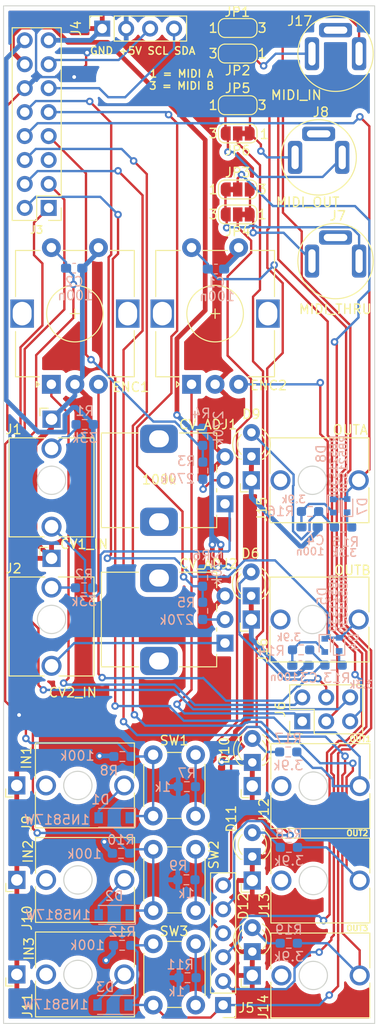
<source format=kicad_pcb>
(kicad_pcb (version 20221018) (generator pcbnew)
  (layers (0 "F.Cu" signal) (31 "B.Cu" signal) (34 "B.Paste" user) (35 "F.Paste" user) (36 "B.SilkS" user "B.Silkscreen") (37 "F.SilkS" user "F.Silkscreen") (38 "B.Mask" user) (39 "F.Mask" user) (44 "Edge.Cuts" user))
  (net 0 "")
  (net 1 "+5V")
  (net 2 "GND")
  (net 3 "-8V")
  (net 4 "+12V")
  (net 5 "/IN1")
  (net 6 "/IN2")
  (net 7 "/SDA")
  (net 8 "/SCL")
  (net 9 "/OUTA")
  (net 10 "/OUTB")
  (net 12 "/MIDI_THRU_4")
  (net 13 "/MIDI_IN_5")
  (net 14 "/OUT1")
  (net 15 "/OUT2")
  (net 16 "/OUT3")
  (net 17 "/CV1_IN")
  (net 18 "/CV2_IN")
  (net 19 "/MIDI_IN_4")
  (net 20 "/MIDI_THRU_5")
  (net 21 "/MIDI_OUT_4")
  (net 22 "/MIDI_OUT_5")
  (net 23 "/ENC1A")
  (net 24 "/ENC1B")
  (net 25 "/ENC1")
  (net 26 "/ENC2A")
  (net 27 "/ENC2B")
  (net 28 "/ENC2")
  (net 29 "Net-(CV_ADJ1-Pad1)")
  (net 30 "Net-(CV_ADJ1-Pad2)")
  (net 31 "Net-(CV_ADJ2-Pad1)")
  (net 32 "Net-(CV_ADJ2-Pad2)")
  (net 33 "Net-(D1-Pad2)")
  (net 34 "Net-(D2-Pad2)")
  (net 35 "Net-(D3-Pad2)")
  (net 36 "Net-(J1-PadTN)")
  (net 37 "Net-(J2-PadTN)")
  (net 46 "Net-(R7-Pad1)")
  (net 47 "Net-(R9-Pad1)")
  (net 48 "Net-(R11-Pad1)")
  (net 52 "Net-(C3-Pad1)")
  (net 53 "Net-(D4-Pad1)")
  (net 54 "Net-(D6-Pad2)")
  (net 55 "Net-(C4-Pad1)")
  (net 56 "Net-(D7-Pad1)")
  (net 57 "Net-(D9-Pad2)")
  (net 58 "Net-(D10-Pad2)")
  (net 59 "Net-(D11-Pad2)")
  (net 60 "Net-(D12-Pad2)")
  (net 61 "Net-(J7-PadR)")
  (net 62 "Net-(J7-PadT)")
  (net 63 "Net-(J8-PadR)")
  (net 64 "Net-(J8-PadT)")
  (net 65 "Net-(J17-PadR)")
  (net 66 "Net-(J17-PadT)")
  (footprint "Potentiometer_THT:Potentiometer_Alps_RK09K_Single_Vertical" (layer "F.Cu") (at 70.78 86.3 180)
    (fp_text reference "CV_ADJ1")
    (fp_text value "100k")
  )
  (footprint "LED_THT:LED_D3.0mm" (layer "F.Cu") (at 73.68 123.72 90)
    (fp_text reference "D11")
    (fp_text value "LED_Dual_Bidirectional")
  )
  (footprint "MountingHole:MountingHole_3.2mm_M3_DIN965" (layer "F.Cu") (at 59.21 41.19)
    (fp_text reference "H1" hide)
    (fp_text value "MountingHole")
  )
  (footprint "Button_Switch_THT:SW_PUSH_6mm_H13mm" (layer "F.Cu") (at 63.17 129.445 90)
    (fp_text reference "SW2")
    (fp_text value "SW_IN2")
  )
  (footprint "Library:Jack_3.5mm_QingPu_WQP-PJ398SM_Vertical_CircularHoles_Hole" (layer "F.Cu") (at 73.57 98.57 90)
    (fp_text reference "J16")
    (fp_text value "OUTB")
    (fp_circle (center 0 6.48) (end 1.5 6.48) (stroke (width 0.12)) (fill none) (layer "Edge.Cuts"))
  )
  (footprint "LED_THT:LED_D3.0mm" (layer "F.Cu") (at 73.68 133.8 90)
    (fp_text reference "D12")
    (fp_text value "LED_Dual_Bidirectional")
  )
  (footprint "Button_Switch_THT:SW_PUSH_6mm_H13mm" (layer "F.Cu") (at 63.16 119.42 90)
    (fp_text reference "SW1")
    (fp_text value "SW_IN1")
  )
  (footprint "Connector_PinHeader_2.54mm:PinHeader_2x08_P2.54mm_Vertical" (layer "F.Cu") (at 52.075 54.905 180)
    (fp_text reference "J3")
    (fp_text value "Conn_02x08_Odd_Even" hide)
  )
  (footprint "Connector_PinSocket_2.54mm:PinSocket_1x04_P2.54mm_Vertical" (layer "F.Cu") (at 57.757 35.88 90)
    (fp_text reference "J4")
    (fp_text value "SCREEN")
  )
  (footprint "Jumper:SolderJumper-3_P1.3mm_Bridged12_RoundedPad1.0x1.5mm_NumberLabels" (layer "F.Cu") (at 72.13 35.82)
    (fp_text reference "JP1")
    (fp_text value "SolderJumper_3_Bridged12")
  )
  (footprint "Jumper:SolderJumper-3_P1.3mm_Bridged12_RoundedPad1.0x1.5mm_NumberLabels" (layer "F.Cu") (at 72.13 47.01 180)
    (fp_text reference "JP6")
    (fp_text value "SolderJumper_3_Bridged12")
  )
  (footprint "Jumper:SolderJumper-3_P1.3mm_Bridged12_RoundedPad1.0x1.5mm_NumberLabels" (layer "F.Cu") (at 72.13 38.53 180)
    (fp_text reference "JP2")
    (fp_text value "SolderJumper_3_Bridged12")
  )
  (footprint "Library:Low-profile Minijack" (layer "F.Cu") (at 80.968 49.637)
    (fp_text reference "J8")
    (fp_text value "MIDI_OUT")
  )
  (footprint "Jumper:SolderJumper-3_P1.3mm_Bridged12_RoundedPad1.0x1.5mm_NumberLabels" (layer "F.Cu") (at 72.13 44.01)
    (fp_text reference "JP5")
    (fp_text value "SolderJumper_3_Bridged12")
  )
  (footprint "LED_THT:LED_D3.0mm" (layer "F.Cu") (at 73.68 113.73 90)
    (fp_text reference "D10")
    (fp_text value "LED_Dual_Bidirectional")
  )
  (footprint "Library:Jack_3.5mm_QingPu_WQP-PJ398SM_Vertical_CircularHoles_Hole" (layer "F.Cu") (at 48.69 116.17 90)
    (fp_text reference "J9")
    (fp_text value "IN1")
    (fp_circle (center 0 6.48) (end 1.5 6.48) (stroke (width 0.12)) (fill none) (layer "Edge.Cuts"))
  )
  (footprint "LED_THT:LED_D3.0mm" (layer "F.Cu") (at 73.59 81.27 90)
    (fp_text reference "D9")
    (fp_text value "LED_Dual_Bidirectional")
  )
  (footprint "Jumper:SolderJumper-3_P1.3mm_Bridged12_RoundedPad1.0x1.5mm_NumberLabels" (layer "F.Cu") (at 72.13 52.95)
    (fp_text reference "JP3")
    (fp_text value "SolderJumper_3_Bridged12")
  )
  (footprint "Library:Jack_3.5mm_QingPu_WQP-PJ398SM_Vertical_CircularHoles_Hole" (layer "F.Cu") (at 73.67 136.33 90)
    (fp_text reference "J14")
    (fp_text value "OUT3")
    (fp_circle (center 0 6.48) (end 1.5 6.48) (stroke (width 0.12)) (fill none) (layer "Edge.Cuts"))
  )
  (footprint "Library:Low-profile Minijack" (layer "F.Cu") (at 82.758 60.636)
    (fp_text reference "J7")
    (fp_text value "MIDI_THRU")
  )
  (footprint "Rotary_Encoder:RotaryEncoder_Alps_EC12E-Switch_Vertical_H20mm" (layer "F.Cu") (at 67.232 73.62 90)
    (fp_text reference "ENC2")
    (fp_text value "RotaryEncoder_Switch")
  )
  (footprint "Button_Switch_THT:SW_PUSH_6mm_H13mm" (layer "F.Cu") (at 63.17 139.47 90)
    (fp_text reference "SW3")
    (fp_text value "SW_IN3")
  )
  (footprint "Library:Jack_3.5mm_QingPu_WQP-PJ398SM_Vertical_CircularHoles_Hole" (layer "F.Cu") (at 73.67 116.24 90)
    (fp_text reference "J12")
    (fp_text value "OUT1")
    (fp_circle (center 0 6.48) (end 1.5 6.48) (stroke (width 0.12)) (fill none) (layer "Edge.Cuts"))
  )
  (footprint "Jumper:SolderJumper-3_P1.3mm_Bridged12_RoundedPad1.0x1.5mm_NumberLabels" (layer "F.Cu") (at 72.13 55.6 180)
    (fp_text reference "JP4")
    (fp_text value "SolderJumper_3_Bridged12")
  )
  (footprint "Library:Low-profile Minijack" (layer "F.Cu") (at 82.758 38.638)
    (fp_text reference "J17")
    (fp_text value "MIDI_IN")
  )
  (footprint "Connector_PinHeader_2.54mm:PinHeader_1x06_P2.54mm_Vertical" (layer "F.Cu") (at 70.58 139.47 180)
    (fp_text reference "J5")
    (fp_text value "Conn_MIDI")
  )
  (footprint "LED_THT:LED_D3.0mm" (layer "F.Cu") (at 73.56 96.06 90)
    (fp_text reference "D6")
    (fp_text value "LED_Dual_Bidirectional")
  )
  (footprint "Library:Jack_3.5mm_QingPu_WQP-PJ398SM_Vertical_CircularHoles_Hole" (layer "F.Cu") (at 48.7 136.22 90)
    (fp_text reference "J11")
    (fp_text value "IN3")
    (fp_circle (center 0 6.48) (end 1.5 6.48) (stroke (width 0.12)) (fill none) (layer "Edge.Cuts"))
  )
  (footprint "Library:Jack_3.5mm_QingPu_WQP-PJ398SM_Vertical_CircularHoles_Hole" (layer "F.Cu") (at 52.38 77.32)
    (fp_text reference "J1")
    (fp_text value "CV1_IN")
    (fp_circle (center 0 6.48) (end 1.5 6.48) (stroke (width 0.12)) (fill none) (layer "Edge.Cuts"))
  )
  (footprint "Library:Jack_3.5mm_QingPu_WQP-PJ398SM_Vertical_CircularHoles_Hole" (layer "F.Cu") (at 73.67 126.26 90)
    (fp_text reference "J13")
    (fp_text value "OUT2")
    (fp_circle (center 0 6.48) (end 1.5 6.48) (stroke (width 0.12)) (fill none) (layer "Edge.Cuts"))
  )
  (footprint "Library:Jack_3.5mm_QingPu_WQP-PJ398SM_Vertical_CircularHoles_Hole" (layer "F.Cu") (at 48.7 126.195 90)
    (fp_text reference "J10")
    (fp_text value "IN2")
    (fp_circle (center 0 6.48) (end 1.5 6.48) (stroke (width 0.12)) (fill none) (layer "Edge.Cuts"))
  )
  (footprint "Connector_PinHeader_2.54mm:PinHeader_2x03_P2.54mm_Vertical" (layer "F.Cu") (at 78.98 109.37 90)
    (fp_text reference "J6")
    (fp_text value "Conn_02x03_Odd_Even")
  )
  (footprint "Rotary_Encoder:RotaryEncoder_Alps_EC12E-Switch_Vertical_H20mm" (layer "F.Cu") (at 52.36 73.62 90)
    (fp_text reference "ENC1")
    (fp_text value "RotaryEncoder_Switch")
  )
  (footprint "Potentiometer_THT:Potentiometer_Alps_RK09K_Single_Vertical" (layer "F.Cu") (at 70.78 101.07 180)
    (fp_text reference "CV_ADJ2")
    (fp_text value "100k")
  )
  (footprint "Library:Jack_3.5mm_QingPu_WQP-PJ398SM_Vertical_CircularHoles_Hole" (layer "F.Cu") (at 73.57 83.8 90)
    (fp_text reference "J15")
    (fp_text value "OUTA")
    (fp_circle (center 0 6.48) (end 1.5 6.48) (stroke (width 0.12)) (fill none) (layer "Edge.Cuts"))
  )
  (footprint "Library:Jack_3.5mm_QingPu_WQP-PJ398SM_Vertical_CircularHoles_Hole" (layer "F.Cu") (at 52.38 92.08)
    (fp_text reference "J2")
    (fp_text value "CV2_IN")
    (fp_circle (center 0 6.48) (end 1.5 6.48) (stroke (width 0.12)) (fill none) (layer "Edge.Cuts"))
  )
  (footprint "Resistor_SMD:R_0603_1608Metric_Pad0.98x0.95mm_HandSolder" (layer "B.Cu") (at 55.896666 77.88 180)
    (fp_text reference "R1")
    (fp_text value "33k")
  )
  (footprint "Capacitor_SMD:C_0603_1608Metric_Pad1.08x0.95mm_HandSolder" (layer "B.Cu") (at 69.823334 61.39)
    (fp_text reference "C1")
    (fp_text value "100n")
  )
  (footprint "Diode_SMD:D_SOD-523" (layer "B.Cu") (at 81.37 101.31625 -90)
    (fp_text reference "D5")
    (fp_text value "RB521S30")
  )
  (footprint "Resistor_SMD:R_0603_1608Metric_Pad0.98x0.95mm_HandSolder" (layer "B.Cu") (at 77.49 112.62 180)
    (fp_text reference "R17")
    (fp_text value "3.9k")
  )
  (footprint "Resistor_SMD:R_0603_1608Metric_Pad0.98x0.95mm_HandSolder" (layer "B.Cu") (at 66.806666 136.57 180)
    (fp_text reference "R11")
    (fp_text value "1k")
  )
  (footprint "Diode_SMD:D_SOD-123" (layer "B.Cu") (at 59.026666 129.9 180)
    (fp_text reference "D2")
    (fp_text value "1N5817W")
  )
  (footprint "Resistor_SMD:R_0603_1608Metric_Pad0.98x0.95mm_HandSolder" (layer "B.Cu") (at 66.736666 116.3 180)
    (fp_text reference "R7")
    (fp_text value "1k")
  )
  (footprint "Resistor_SMD:R_0603_1608Metric_Pad0.98x0.95mm_HandSolder" (layer "B.Cu") (at 79.802858 87.11)
    (fp_text reference "R16")
    (fp_text value "3.9k")
  )
  (footprint "Resistor_SMD:R_0603_1608Metric_Pad0.98x0.95mm_HandSolder" (layer "B.Cu") (at 82.29619 103.41625 180)
    (fp_text reference "R13")
    (fp_text value "3.3k")
  )
  (footprint "Resistor_SMD:R_0603_1608Metric_Pad0.98x0.95mm_HandSolder" (layer "B.Cu") (at 55.826666 95.21 180)
    (fp_text reference "R2")
    (fp_text value "33k")
  )
  (footprint "Capacitor_SMD:C_0603_1608Metric_Pad1.08x0.95mm_HandSolder" (layer "B.Cu") (at 54.783334 61.3)
    (fp_text reference "C2")
    (fp_text value "100n")
  )
  (footprint "Diode_SMD:D_SOD-523" (layer "B.Cu") (at 83.737142 86.49 90)
    (fp_text reference "D7")
    (fp_text value "RB521S30")
  )
  (footprint "Diode_SMD:D_SOD-123" (layer "B.Cu") (at 59.026666 119.6 180)
    (fp_text reference "D1")
    (fp_text value "1N5817W")
  )
  (footprint "Resistor_SMD:R_0603_1608Metric_Pad0.98x0.95mm_HandSolder" (layer "B.Cu") (at 68.42 97.653334 90)
    (fp_text reference "R5")
    (fp_text value "270k")
  )
  (footprint "Resistor_SMD:R_0603_1608Metric_Pad0.98x0.95mm_HandSolder" (layer "B.Cu") (at 68.436666 82.78 90)
    (fp_text reference "R3")
    (fp_text value "270k")
  )
  (footprint "Resistor_SMD:R_0603_1608Metric_Pad0.98x0.95mm_HandSolder" (layer "B.Cu") (at 66.686666 126.18 180)
    (fp_text reference "R9")
    (fp_text value "1k")
  )
  (footprint "Capacitor_SMD:C_0603_1608Metric_Pad1.08x0.95mm_HandSolder" (layer "B.Cu") (at 79.752858 88.75)
    (fp_text reference "C4")
    (fp_text value "100n")
  )
  (footprint "Resistor_SMD:R_0603_1608Metric_Pad0.98x0.95mm_HandSolder" (layer "B.Cu") (at 59.746666 123.37 180)
    (fp_text reference "R10")
    (fp_text value "100k")
  )
  (footprint "Diode_SMD:D_SOD-523" (layer "B.Cu") (at 82.89 101.20244 90)
    (fp_text reference "D4")
    (fp_text value "RB521S30")
  )
  (footprint "Resistor_SMD:R_0603_1608Metric_Pad0.98x0.95mm_HandSolder" (layer "B.Cu") (at 68.426666 79.19 -90)
    (fp_text reference "R4")
    (fp_text value "270k")
  )
  (footprint "Capacitor_SMD:C_0603_1608Metric_Pad1.08x0.95mm_HandSolder" (layer "B.Cu") (at 78.78619 103.43625)
    (fp_text reference "C3")
    (fp_text value "100n")
  )
  (footprint "Resistor_SMD:R_0603_1608Metric_Pad0.98x0.95mm_HandSolder" (layer "B.Cu") (at 59.866666 133.13 180)
    (fp_text reference "R12")
    (fp_text value "100k")
  )
  (footprint "Resistor_SMD:R_0603_1608Metric_Pad0.98x0.95mm_HandSolder" (layer "B.Cu") (at 59.896666 113.1 180)
    (fp_text reference "R8")
    (fp_text value "100k")
  )
  (footprint "Resistor_SMD:R_0603_1608Metric_Pad0.98x0.95mm_HandSolder" (layer "B.Cu") (at 83.312858 88.77 180)
    (fp_text reference "R15")
    (fp_text value "3.3k")
  )
  (footprint "Resistor_SMD:R_0603_1608Metric_Pad0.98x0.95mm_HandSolder" (layer "B.Cu") (at 78.85619 101.78625)
    (fp_text reference "R14")
    (fp_text value "3.9k")
  )
  (footprint "Resistor_SMD:R_0603_1608Metric_Pad0.98x0.95mm_HandSolder" (layer "B.Cu") (at 68.413334 94.13 -90)
    (fp_text reference "R6")
    (fp_text value "270k")
  )
  (footprint "Diode_SMD:D_SOD-123" (layer "B.Cu") (at 58.906666 139.46 180)
    (fp_text reference "D3")
    (fp_text value "1N5817W")
  )
  (footprint "Resistor_SMD:R_0603_1608Metric_Pad0.98x0.95mm_HandSolder" (layer "B.Cu") (at 77.55 132.91 180)
    (fp_text reference "R19")
    (fp_text value "3.9k")
  )
  (footprint "Diode_SMD:D_SOD-523" (layer "B.Cu") (at 82.27 86.522858 -90)
    (fp_text reference "D8")
    (fp_text value "RB521S30")
  )
  (footprint "Resistor_SMD:R_0603_1608Metric_Pad0.98x0.95mm_HandSolder" (layer "B.Cu") (at 77.56 122.74 180)
    (fp_text reference "R18")
    (fp_text value "3.9k")
  )
  (gr_rect (start 47.29 33.47) (end 86.66 141.42) (stroke (width 0.1)) (fill none) (layer "Edge.Cuts"))
  (gr_text "GND +5V SCL SDA" (at 62.05 38.24) (layer "F.SilkS") (effects (font (size 0.8 0.8))))
  (gr_text "1 = MIDI A\n3 = MIDI B" (at 66.18 41.31) (layer "F.SilkS") (effects (font (size 0.8 0.8))))
  (segment (start 48.33 79.09) (end 47.46 79.96) (width 0.25) (layer "F.Cu") (net 1))
  (segment (start 56.05 39.75) (end 56.05 38.54) (width 0.25) (layer "F.Cu") (net 1))
  (segment (start 47.46 107.2245) (end 48.9355 108.7) (width 0.25) (layer "F.Cu") (net 1))
  (segment (start 56.05 38.54) (end 56.15 38.44) (width 0.25) (layer "F.Cu") (net 1))
  (segment (start 49.535 42.205) (end 47.685 44.055) (width 0.25) (layer "F.Cu") (net 1))
  (segment (start 54.78 41.02) (end 56.05 39.75) (width 0.25) (layer "F.Cu") (net 1))
  (segment (start 47.46 79.96) (end 47.46 107.2245) (width 0.25) (layer "F.Cu") (net 1))
  (segment (start 47.685 78.445) (end 48.33 79.09) (width 0.25) (layer "F.Cu") (net 1))
  (segment (start 47.685 44.055) (end 47.685 78.445) (width 0.25) (layer "F.Cu") (net 1))
  (via (at 54.78 41.02) (size 0.8) (drill 0.4) (layers "F.Cu" "B.Cu") (net 1))
  (via (at 56.15 38.44) (size 0.8) (drill 0.4) (layers "F.Cu" "B.Cu") (net 1))
  (via (at 48.9355 108.7) (size 0.8) (drill 0.4) (layers "F.Cu" "B.Cu") (net 1))
  (via (at 48.33 79.09) (size 0.8) (drill 0.4) (layers "F.Cu" "B.Cu") (net 1))
  (segment (start 50.81 41.03) (end 54.77 41.03) (width 0.25) (layer "B.Cu") (net 1))
  (segment (start 65.98 136.484166) (end 65.894166 136.57) (width 0.25) (layer "B.Cu") (net 1))
  (segment (start 49.535 42.205) (end 49.635 42.205) (width 0.5) (layer "B.Cu") (net 1))
  (segment (start 54.77 41.03) (end 54.78 41.02) (width 0.25) (layer "B.Cu") (net 1))
  (segment (start 50.74 41.1) (end 50.81 41.03) (width 0.25) (layer "B.Cu") (net 1))
  (segment (start 49.635 42.205) (end 50.74 41.1) (width 0.5) (layer "B.Cu") (net 1))
  (segment (start 50.74 41.1) (end 50.74 35.05) (width 0.25) (layer "B.Cu") (net 1))
  (segment (start 70.443884 113.371994) (end 70.443884 113.699174) (width 0.5) (layer "F.Cu") (net 2))
  (segment (start 71.880499 111.935379) (end 70.443884 113.371994) (width 0.5) (layer "F.Cu") (net 2))
  (segment (start 71.880499 110.444622) (end 71.880499 111.935379) (width 0.5) (layer "F.Cu") (net 2))
  (segment (start 73.57 108.75512) (end 71.880499 110.444622) (width 0.5) (layer "F.Cu") (net 2))
  (segment (start 50.62 80.037466) (end 50.62 90.32) (width 0.5) (layer "F.Cu") (net 2))
  (segment (start 57.59 112.92) (end 57.47 113.04) (width 0.5) (layer "F.Cu") (net 2))
  (segment (start 50.62 90.32) (end 52.38 92.08) (width 0.5) (layer "F.Cu") (net 2))
  (segment (start 73.57 98.57) (end 73.57 108.75512) (width 0.5) (layer "F.Cu") (net 2))
  (segment (start 57.59 111.46) (end 57.59 112.92) (width 0.5) (layer "F.Cu") (net 2))
  (segment (start 58.16 121.97) (end 57.98 122.15) (width 0.5) (layer "F.Cu") (net 2))
  (segment (start 52.38 77.32) (end 52.38 78.277466) (width 0.5) (layer "F.Cu") (net 2))
  (segment (start 52.38 78.277466) (end 50.62 80.037466) (width 0.5) (layer "F.Cu") (net 2))
  (via (at 70.443884 113.699174) (size 0.8) (drill 0.4) (layers "F.Cu" "B.Cu") (net 2))
  (via (at 57.98 122.15) (size 0.8) (drill 0.4) (layers "F.Cu" "B.Cu") (net 2))
  (via (at 58.16 134.73) (size 0.8) (drill 0.4) (layers "F.Cu" "B.Cu") (net 2))
  (via (at 57.47 113.04) (size 0.8) (drill 0.4) (layers "F.Cu" "B.Cu") (net 2))
  (segment (start 56.512 37.125) (end 57.757 35.88) (width 0.5) (layer "B.Cu") (net 2))
  (segment (start 78.508462 104.36125) (end 79.433462 103.43625) (width 0.5) (layer "B.Cu") (net 2))
  (segment (start 57.47 113.04) (end 58.924166 113.04) (width 0.5) (layer "B.Cu") (net 2))
  (segment (start 58.924166 113.04) (end 58.984166 113.1) (width 0.5) (layer "B.Cu") (net 2))
  (segment (start 79.433462 103.43625) (end 79.64869 103.43625) (width 0.5) (layer "B.Cu") (net 2))
  (segment (start 72.232 59.843834) (end 70.685834 61.39) (width 0.5) (layer "B.Cu") (net 2))
  (segment (start 57.36 59.585834) (end 55.645834 61.3) (width 0.5) (layer "B.Cu") (net 2))
  (segment (start 80.615358 88.75) (end 80.615358 89.170463) (width 0.5) (layer "B.Cu") (net 2))
  (segment (start 52.075 37.125) (end 56.512 37.125) (width 0.5) (layer "B.Cu") (net 2))
  (segment (start 55.645834 61.3) (end 55.645834 72.834166) (width 0.5) (layer "B.Cu") (net 2))
  (segment (start 78.995821 90.79) (end 78.74 90.79) (width 0.5) (layer "B.Cu") (net 2))
  (segment (start 57.98 122.15) (end 57.98 122.515834) (width 0.5) (layer "B.Cu") (net 2))
  (segment (start 57.98 122.15) (end 58.276666 122.446666) (width 0.5) (layer "B.Cu") (net 2))
  (segment (start 58.954166 133.13) (end 58.954166 133.935834) (width 0.5) (layer "B.Cu") (net 2))
  (segment (start 55.645834 72.834166) (end 54.86 73.62) (width 0.5) (layer "B.Cu") (net 2))
  (segment (start 72.232 59.12) (end 72.232 59.843834) (width 0.5) (layer "B.Cu") (net 2))
  (segment (start 57.98 122.515834) (end 58.834166 123.37) (width 0.5) (layer "B.Cu") (net 2))
  (segment (start 70.47471 113.73) (end 70.443884 113.699174) (width 0.5) (layer "B.Cu") (net 2))
  (segment (start 73.68 113.73) (end 70.47471 113.73) (width 0.5) (layer "B.Cu") (net 2))
  (segment (start 73.57 85.62) (end 73.57 83.8) (width 0.5) (layer "B.Cu") (net 2))
  (segment (start 78.74 90.79) (end 73.57 85.62) (width 0.5) (layer "B.Cu") (net 2))
  (segment (start 73.57 100.592332) (end 77.338918 104.36125) (width 0.5) (layer "B.Cu") (net 2))
  (segment (start 54.86 74.84) (end 52.38 77.32) (width 0.5) (layer "B.Cu") (net 2))
  (segment (start 57.36 59.12) (end 57.36 59.585834) (width 0.5) (layer "B.Cu") (net 2))
  (segment (start 54.86 73.62) (end 54.86 74.84) (width 0.5) (layer "B.Cu") (net 2))
  (segment (start 77.338918 104.36125) (end 78.508462 104.36125) (width 0.5) (layer "B.Cu") (net 2))
  (segment (start 80.615358 89.170463) (end 78.995821 90.79) (width 0.5) (layer "B.Cu") (net 2))
  (segment (start 58.954166 133.935834) (end 58.16 134.73) (width 0.5) (layer "B.Cu") (net 2))
  (segment (start 73.57 98.57) (end 73.57 100.592332) (width 0.5) (layer "B.Cu") (net 2))
  (segment (start 54.128478 37.34) (end 58.32985 37.34) (width 0.5) (layer "F.Cu") (net 3))
  (segment (start 49.101522 35.72) (end 52.508478 35.72) (width 0.5) (layer "F.Cu") (net 3))
  (segment (start 70.06 93.07) (end 69.43535 92.44535) (width 0.5) (layer "F.Cu") (net 3))
  (segment (start 68.682 65.782467) (end 65.684667 68.7798) (width 0.5) (layer "F.Cu") (net 3))
  (segment (start 48.235 38.365) (end 48.235 36.586522) (width 0.5) (layer "F.Cu") (net 3))
  (segment (start 68.682 47.69215) (end 68.682 65.782467) (width 0.5) (layer "F.Cu") (net 3))
  (segment (start 69.43535 92.44535) (end 69.43535 90.6255) (width 0.5) (layer "F.Cu") (net 3))
  (segment (start 58.32985 37.34) (end 68.682 47.69215) (width 0.5) (layer "F.Cu") (net 3))
  (segment (start 71.12 93) (end 70.33 92.21) (width 0.5) (layer "F.Cu") (net 3))
  (segment (start 52.508478 35.72) (end 54.128478 37.34) (width 0.5) (layer "F.Cu") (net 3))
  (segment (start 70.33 92.21) (end 70.33 90.6255) (width 0.5) (layer "F.Cu") (net 3))
  (segment (start 48.235 36.586522) (end 49.101522 35.72) (width 0.5) (layer "F.Cu") (net 3))
  (segment (start 49.535 39.665) (end 48.235 38.365) (width 0.5) (layer "F.Cu") (net 3))
  (segment (start 65.684667 68.7798) (end 65.684667 76.881417) (width 0.5) (layer "F.Cu") (net 3))
  (via (at 65.684667 76.881417) (size 0.8) (drill 0.4) (layers "F.Cu" "B.Cu") (net 3))
  (via (at 70.06 93.07) (size 0.8) (drill 0.4) (layers "F.Cu" "B.Cu") (net 3))
  (via (at 70.33 90.6255) (size 0.8) (drill 0.4) (layers "F.Cu" "B.Cu") (net 3))
  (via (at 69.43535 90.6255) (size 0.8) (drill 0.4) (layers "F.Cu" "B.Cu") (net 3))
  (via (at 71.12 93) (size 0.8) (drill 0.4) (layers "F.Cu" "B.Cu") (net 3))
  (segment (start 70.06 93.07) (end 68.560834 93.07) (width 0.5) (layer "B.Cu") (net 3))
  (segment (start 68.426666 78.2775) (end 68.426666 78.642728) (width 0.5) (layer "B.Cu") (net 3))
  (segment (start 68.426666 78.2775) (end 67.08075 78.2775) (width 0.5) (layer "B.Cu") (net 3))
  (segment (start 69.361666 89.548334) (end 69.361666 90.551816) (width 0.5) (layer "B.Cu") (net 3))
  (segment (start 71.12 93) (end 70.13 93) (width 0.5) (layer "B.Cu") (net 3))
  (segment (start 68.560834 93.07) (end 68.413334 93.2175) (width 0.5) (layer "B.Cu") (net 3))
  (segment (start 69.361666 89.657166) (end 70.33 90.6255) (width 0.5) (layer "B.Cu") (net 3))
  (segment (start 69.361666 79.577728) (end 69.361666 89.548334) (width 0.5) (layer "B.Cu") (net 3))
  (segment (start 69.361666 89.548334) (end 69.361666 89.657166) (width 0.5) (layer "B.Cu") (net 3))
  (segment (start 70.13 93) (end 70.06 93.07) (width 0.5) (layer "B.Cu") (net 3))
  (segment (start 69.361666 90.551816) (end 69.43535 90.6255) (width 0.5) (layer "B.Cu") (net 3))
  (segment (start 67.08075 78.2775) (end 65.684667 76.881417) (width 0.5) (layer "B.Cu") (net 3))
  (segment (start 68.426666 78.642728) (end 69.361666 79.577728) (width 0.5) (layer "B.Cu") (net 3))
  (segment (start 50.965 78.685) (end 53.795 78.685) (width 0.5) (layer "B.Cu") (net 4))
  (segment (start 47.56 75.28) (end 50.965 78.685) (width 0.5) (layer "B.Cu") (net 4))
  (segment (start 47.56 39.1) (end 47.56 75.28) (width 0.5) (layer "B.Cu") (net 4))
  (segment (start 49.535 37.125) (end 47.56 39.1) (width 0.5) (layer "B.Cu") (net 4))
  (segment (start 53.795 78.685) (end 53.795 76.894244) (width 0.5) (layer "B.Cu") (net 4))
  (segment (start 54.998667 76.069501) (end 56.809166 77.88) (width 0.5) (layer "B.Cu") (net 4))
  (segment (start 56.809166 77.88) (end 56.809166 95.14) (width 0.5) (layer "B.Cu") (net 4))
  (segment (start 56.809166 95.14) (end 56.739166 95.21) (width 0.5) (layer "B.Cu") (net 4))
  (segment (start 53.795 76.894244) (end 54.619743 76.069501) (width 0.5) (layer "B.Cu") (net 4))
  (segment (start 54.619743 76.069501) (end 54.998667 76.069501) (width 0.5) (layer "B.Cu") (net 4))
  (segment (start 49.66431 104.28569) (end 49.086497 103.707877) (width 0.25) (layer "F.Cu") (net 5))
  (segment (start 51.41 60.8) (end 50.52 59.91) (width 0.25) (layer "F.Cu") (net 5))
  (segment (start 49.086497 69.693503) (end 51.41 67.37) (width 0.25) (layer "F.Cu") (net 5))
  (segment (start 50.52 59.91) (end 50.52 56.46) (width 0.25) (layer "F.Cu") (net 5))
  (segment (start 49.086497 103.707877) (end 49.086497 69.693503) (width 0.25) (layer "F.Cu") (net 5))
  (segment (start 49.66 104.29) (end 49.66431 104.28569) (width 0.25) (layer "F.Cu") (net 5))
  (segment (start 49.66 111.19) (end 49.66 104.29) (width 0.25) (layer "F.Cu") (net 5))
  (segment (start 51.41 67.37) (end 51.41 60.8) (width 0.25) (layer "F.Cu") (net 5))
  (segment (start 50.52 56.46) (end 52.075 54.905) (width 0.25) (layer "F.Cu") (net 5))
  (via (at 49.66 111.19) (size 0.8) (drill 0.4) (layers "F.Cu" "B.Cu") (net 5))
  (segment (start 62.98 113.1) (end 63.16 112.92) (width 0.25) (layer "B.Cu") (net 5))
  (segment (start 63.16 119.42) (end 60.856666 119.42) (width 0.25) (layer "B.Cu") (net 5))
  (segment (start 63.16 112.92) (end 63.16 119.42) (width 0.25) (layer "B.Cu") (net 5))
  (segment (start 59.38267 111.673504) (end 51.386496 111.673504) (width 0.25) (layer "B.Cu") (net 5))
  (segment (start 50.143504 111.673504) (end 49.66 111.19) (width 0.25) (layer "B.Cu") (net 5))
  (segment (start 60.809166 113.1) (end 59.38267 111.673504) (width 0.25) (layer "B.Cu") (net 5))
  (segment (start 60.809166 113.1) (end 62.98 113.1) (width 0.25) (layer "B.Cu") (net 5))
  (segment (start 51.386496 111.673504) (end 50.143504 111.673504) (width 0.25) (layer "B.Cu") (net 5))
  (segment (start 60.856666 119.42) (end 60.676666 119.6) (width 0.25) (layer "B.Cu") (net 5))
  (segment (start 50.4 104.40569) (end 50.41 104.39569) (width 0.25) (layer "F.Cu") (net 6))
  (segment (start 53.74 54.03) (end 53.74 65.67569) (width 0.25) (layer "F.Cu") (net 6))
  (segment (start 49.535998 103.521688) (end 50.41 104.39569) (width 0.25) (layer "F.Cu") (net 6))
  (segment (start 50.4 120.75) (end 50.4 104.40569) (width 0.25) (layer "F.Cu") (net 6))
  (segment (start 52.075 52.365) (end 53.74 54.03) (width 0.25) (layer "F.Cu") (net 6))
  (segment (start 49.535998 69.879692) (end 49.535998 103.521688) (width 0.25) (layer "F.Cu") (net 6))
  (segment (start 50.86 121.21) (end 50.4 120.75) (width 0.25) (layer "F.Cu") (net 6))
  (segment (start 53.74 65.67569) (end 49.535998 69.879692) (width 0.25) (layer "F.Cu") (net 6))
  (via (at 50.86 121.21) (size 0.8) (drill 0.4) (layers "F.Cu" "B.Cu") (net 6))
  (segment (start 63.17 122.945) (end 63.17 129.445) (width 0.25) (layer "B.Cu") (net 6))
  (segment (start 60.659166 123.37) (end 58.499166 121.21) (width 0.25) (layer "B.Cu") (net 6))
  (segment (start 58.499166 121.21) (end 50.86 121.21) (width 0.25) (layer "B.Cu") (net 6))
  (segment (start 61.131666 129.445) (end 60.676666 129.9) (width 0.25) (layer "B.Cu") (net 6))
  (segment (start 60.659166 123.37) (end 61.084166 122.945) (width 0.25) (layer "B.Cu") (net 6))
  (segment (start 61.084166 122.945) (end 63.17 122.945) (width 0.25) (layer "B.Cu") (net 6))
  (segment (start 63.17 129.445) (end 61.131666 129.445) (width 0.25) (layer "B.Cu") (net 6))
  (segment (start 65.377 37.983) (end 65.377 35.88) (width 0.25) (layer "B.Cu") (net 7))
  (segment (start 57.431926 42.205) (end 58.391927 43.165001) (width 0.25) (layer "B.Cu") (net 7))
  (segment (start 58.391927 43.165001) (end 60.194999 43.165001) (width 0.25) (layer "B.Cu") (net 7))
  (segment (start 60.194999 43.165001) (end 65.377 37.983) (width 0.25) (layer "B.Cu") (net 7))
  (segment (start 52.075 42.205) (end 57.431926 42.205) (width 0.25) (layer "B.Cu") (net 7))
  (segment (start 52.525001 39.214999) (end 52.075 39.665) (width 0.25) (layer "B.Cu") (net 8))
  (segment (start 59.502001 39.214999) (end 52.525001 39.214999) (width 0.25) (layer "B.Cu") (net 8))
  (segment (start 62.837 35.88) (end 59.502001 39.214999) (width 0.25) (layer "B.Cu") (net 8))
  (segment (start 86.095 46.245) (end 85.09 45.24) (width 0.25) (layer "F.Cu") (net 9))
  (segment (start 84.97 83.8) (end 86.095 82.675) (width 0.25) (layer "F.Cu") (net 9))
  (segment (start 86.095 82.675) (end 86.095 46.245) (width 0.25) (layer "F.Cu") (net 9))
  (via (at 85.09 45.24) (size 0.8) (drill 0.4) (layers "F.Cu" "B.Cu") (net 9))
  (segment (start 82.302858 85.79) (end 82.27 85.822858) (width 0.25) (layer "B.Cu") (net 9))
  (segment (start 85.09 45.24) (end 84.41 45.92) (width 0.25) (layer "B.Cu") (net 9))
  (segment (start 50.9 45.92) (end 49.535 47.285) (width 0.25) (layer "B.Cu") (net 9))
  (segment (start 83.737142 85.79) (end 83.737142 85.032858) (width 0.25) (layer "B.Cu") (net 9))
  (segment (start 83.737142 85.032858) (end 84.97 83.8) (width 0.25) (layer "B.Cu") (net 9))
  (segment (start 83.737142 85.79) (end 82.302858 85.79) (width 0.25) (layer "B.Cu") (net 9))
  (segment (start 84.41 45.92) (end 50.9 45.92) (width 0.25) (layer "B.Cu") (net 9))
  (segment (start 58.71 59.86) (end 58.4355 60.1345) (width 0.25) (layer "F.Cu") (net 10))
  (segment (start 58.685 91.696183) (end 58.3045 92.076683) (width 0.25) (layer "F.Cu") (net 10))
  (segment (start 58.71 45.89) (end 58.71 59.86) (width 0.25) (layer "F.Cu") (net 10))
  (segment (start 58.4355 72.821667) (end 58.685 73.071167) (width 0.25) (layer "F.Cu") (net 10))
  (segment (start 58.685 73.071167) (end 58.685 91.696183) (width 0.25) (layer "F.Cu") (net 10))
  (segment (start 58.4355 60.1345) (end 58.4355 72.821667) (width 0.25) (layer "F.Cu") (net 10))
  (segment (start 56.43 43.61) (end 58.71 45.89) (width 0.25) (layer "F.Cu") (net 10))
  (via (at 56.43 43.61) (size 0.8) (drill 0.4) (layers "F.Cu" "B.Cu") (net 10))
  (via (at 58.3045 92.076683) (size 0.8) (drill 0.4) (layers "F.Cu" "B.Cu") (net 10))
  (segment (start 56.39 43.57) (end 50.71 43.57) (width 0.25) (layer "B.Cu") (net 10))
  (segment (start 50.71 43.57) (end 49.535 44.745) (width 0.25) (layer "B.Cu") (net 10))
  (segment (start 56.43 43.61) (end 56.39 43.57) (width 0.25) (layer "B.Cu") (net 10))
  (segment (start 81.37762 100.50244) (end 81.37 100.51006) (width 0.25) (layer "B.Cu") (net 10))
  (segment (start 81.797488 97.997488) (end 76.095 92.295) (width 0.25) (layer "B.Cu") (net 10))
  (segment (start 82.89 100.50244) (end 81.37762 100.50244) (width 0.25) (layer "B.Cu") (net 10))
  (segment (start 67.39 94.03) (end 65.436683 92.076683) (width 0.25) (layer "B.Cu") (net 10))
  (segment (start 83.23381 100.30619) (end 84.97 98.57) (width 0.25) (layer "B.Cu") (net 10))
  (segment (start 65.436683 92.076683) (end 58.3045 92.076683) (width 0.25) (layer "B.Cu") (net 10))
  (segment (start 82.89 100.50244) (end 83.23381 100.50244) (width 0.25) (layer "B.Cu") (net 10))
  (segment (start 73.835 92.295) (end 72.865 92.295) (width 0.25) (layer "B.Cu") (net 10))
  (segment (start 81.37 100.61625) (end 81.797488 100.188762) (width 0.25) (layer "B.Cu") (net 10))
  (segment (start 76.095 92.295) (end 73.835 92.295) (width 0.25) (layer "B.Cu") (net 10))
  (segment (start 71.13 94.03) (end 67.39 94.03) (width 0.25) (layer "B.Cu") (net 10))
  (segment (start 72.865 92.295) (end 71.13 94.03) (width 0.25) (layer "B.Cu") (net 10))
  (segment (start 81.797488 100.188762) (end 81.797488 97.997488) (width 0.25) (layer "B.Cu") (net 10))
  (segment (start 83.645994 111.445707) (end 85.33 109.761701) (width 0.25) (layer "F.Cu") (net 12))
  (segment (start 82.639002 99.476139) (end 82.639002 69.358568) (width 0.25) (layer "F.Cu") (net 12))
  (segment (start 81.606997 112.687716) (end 82.849006 111.445707) (width 0.25) (layer "F.Cu") (net 12))
  (segment (start 81.878118 129.871882) (end 81.878118 115.288406) (width 0.25) (layer "F.Cu") (net 12))
  (segment (start 85.33 102.167137) (end 82.639002 99.476139) (width 0.25) (layer "F.Cu") (net 12))
  (segment (start 82.639002 69.358568) (end 82.403092 69.122658) (width 0.25) (layer "F.Cu") (net 12))
  (segment (start 81.606997 115.017285) (end 81.606997 112.687716) (width 0.25) (layer "F.Cu") (net 12))
  (segment (start 72.13 52.95) (end 72.13 51.77) (width 0.25) (layer "F.Cu") (net 12))
  (segment (start 82.849006 111.445707) (end 83.645994 111.445707) (width 0.25) (layer "F.Cu") (net 12))
  (segment (start 81.878118 115.288406) (end 81.606997 115.017285) (width 0.25) (layer "F.Cu") (net 12))
  (segment (start 85.33 109.761701) (end 85.33 102.167137) (width 0.25) (layer "F.Cu") (net 12))
  (segment (start 81.24 130.51) (end 81.878118 129.871882) (width 0.25) (layer "F.Cu") (net 12))
  (segment (start 72.13 51.77) (end 72.53 51.37) (width 0.25) (layer "F.Cu") (net 12))
  (via (at 72.53 51.37) (size 0.8) (drill 0.4) (layers "F.Cu" "B.Cu") (net 12))
  (via (at 81.24 130.51) (size 0.8) (drill 0.4) (layers "F.Cu" "B.Cu") (net 12))
  (via (at 82.403092 69.122658) (size 0.8) (drill 0.4) (layers "F.Cu" "B.Cu") (net 12))
  (segment (start 84.945 64.805) (end 86.095 63.655) (width 0.25) (layer "B.Cu") (net 12))
  (segment (start 80.75 130.02) (end 81.24 130.51) (width 0.25) (layer "B.Cu") (net 12))
  (segment (start 72.53 51.37) (end 75.87 54.71) (width 0.25) (layer "B.Cu") (net 12))
  (segment (start 84.945 66.535) (end 84.945 64.805) (width 0.25) (layer "B.Cu") (net 12))
  (segment (start 72.455 130.735) (end 73.17 130.02) (width 0.25) (layer "B.Cu") (net 12))
  (segment (start 82.403092 69.076908) (end 82.403092 69.122658) (width 0.25) (layer "B.Cu") (net 12))
  (segment (start 86.095 56.225) (end 84.58 54.71) (width 0.25) (layer "B.Cu") (net 12))
  (segment (start 73.17 130.02) (end 80.75 130.02) (width 0.25) (layer "B.Cu") (net 12))
  (segment (start 86.095 63.655) (end 86.095 56.225) (width 0.25) (layer "B.Cu") (net 12))
  (segment (start 75.87 54.71) (end 84.58 54.71) (width 0.25) (layer "B.Cu") (net 12))
  (segment (start 70.58 134.39) (end 72.455 132.515) (width 0.25) (layer "B.Cu") (net 12))
  (segment (start 84.945 66.535) (end 82.403092 69.076908) (width 0.25) (layer "B.Cu") (net 12))
  (segment (start 72.455 132.515) (end 72.455 130.735) (width 0.25) (layer "B.Cu") (net 12))
  (segment (start 83.127592 99.329039) (end 85.779501 101.980948) (width 0.25) (layer "F.Cu") (net 13))
  (segment (start 72.13 39.53) (end 76.43 43.83) (width 0.25) (layer "F.Cu") (net 13))
  (segment (start 85.779501 101.980948) (end 85.779501 109.94789) (width 0.25) (layer "F.Cu") (net 13))
  (segment (start 82.06548 132.31647) (end 82.06548 132.56452) (width 0.25) (layer "F.Cu") (net 13))
  (segment (start 83.628503 82.528567) (end 83.127592 83.029478) (width 0.25) (layer "F.Cu") (net 13))
  (segment (start 76.43 60.36431) (end 83.628503 67.562813) (width 0.25) (layer "F.Cu") (net 13))
  (segment (start 82.347481 112.582922) (end 82.347481 112.584405) (width 0.25) (layer "F.Cu") (net 13))
  (segment (start 83.832183 111.895208) (end 83.035195 111.895208) (width 0.25) (layer "F.Cu") (net 13))
  (segment (start 72.13 38.53) (end 72.13 39.53) (width 0.25) (layer "F.Cu") (net 13))
  (segment (start 76.43 43.83) (end 76.43 60.36431) (width 0.25) (layer "F.Cu") (net 13))
  (segment (start 83.628503 67.562813) (end 83.628503 82.528567) (width 0.25) (layer "F.Cu") (net 13))
  (segment (start 83.035195 111.895208) (end 82.347481 112.582922) (width 0.25) (layer "F.Cu") (net 13))
  (segment (start 85.779501 109.94789) (end 83.832183 111.895208) (width 0.25) (layer "F.Cu") (net 13))
  (segment (start 82.056498 114.831096) (end 82.331497 115.106095) (width 0.25) (layer "F.Cu") (net 13))
  (segment (start 82.331497 115.106095) (end 82.331497 132.050453) (width 0.25) (layer "F.Cu") (net 13))
  (segment (start 82.056498 112.875388) (end 82.056498 114.831096) (width 0.25) (layer "F.Cu") (net 13))
  (segment (start 83.127592 83.029478) (end 83.127592 99.329039) (width 0.25) (layer "F.Cu") (net 13))
  (segment (start 82.347481 112.584405) (end 82.056498 112.875388) (width 0.25) (layer "F.Cu") (net 13))
  (segment (start 82.331497 132.050453) (end 82.06548 132.31647) (width 0.25) (layer "F.Cu") (net 13))
  (segment (start 82.06548 132.56452) (end 80.772 133.858) (width 0.25) (layer "F.Cu") (net 13))
  (via (at 80.772 133.858) (size 0.8) (drill 0.4) (layers "F.Cu" "B.Cu") (net 13))
  (segment (start 79.86416 133.858) (end 80.772 133.858) (width 0.25) (layer "B.Cu") (net 13))
  (segment (start 78.16 135.56216) (end 79.86416 133.858) (width 0.25) (layer "B.Cu") (net 13))
  (segment (start 71.43 137.78) (end 70.58 136.93) (width 0.25) (layer "B.Cu") (net 13))
  (segment (start 78.16 136.905757) (end 78.16 135.56216) (width 0.25) (layer "B.Cu") (net 13))
  (segment (start 77.285757 137.78) (end 71.43 137.78) (width 0.25) (layer "B.Cu") (net 13))
  (segment (start 77.285757 137.78) (end 78.16 136.905757) (width 0.25) (layer "B.Cu") (net 13))
  (segment (start 59.4345 59.77119) (end 59.4345 55.61) (width 0.25) (layer "F.Cu") (net 14))
  (segment (start 59.134501 107.735499) (end 59.134501 72.884978) (width 0.25) (layer "F.Cu") (net 14))
  (segment (start 59.134501 72.884978) (end 58.885 72.635477) (width 0.25) (layer "F.Cu") (net 14))
  (segment (start 58.885 72.635477) (end 58.885 60.32069) (width 0.25) (layer "F.Cu") (net 14))
  (segment (start 59.12 107.75) (end 59.134501 107.735499) (width 0.25) (layer "F.Cu") (net 14))
  (segment (start 58.885 60.32069) (end 59.4345 59.77119) (width 0.25) (layer "F.Cu") (net 14))
  (via (at 59.12 107.75) (size 0.8) (drill 0.4) (layers "F.Cu" "B.Cu") (net 14))
  (via (at 59.4345 55.61) (size 0.8) (drill 0.4) (layers "F.Cu" "B.Cu") (net 14))
  (segment (start 72.499618 109.309002) (end 66.420396 109.309002) (width 0.25) (layer "B.Cu") (net 14))
  (segment (start 64.932706 107.75) (end 59.12 107.75) (width 0.25) (layer "B.Cu") (net 14))
  (segment (start 85.07 116.24) (end 82.22 116.24) (width 0.25) (layer "B.Cu") (net 14))
  (segment (start 85.07 113.12) (end 82.495 110.545) (width 0.25) (layer "B.Cu") (net 14))
  (segment (start 49.535 54.905) (end 50.71 53.73) (width 0.25) (layer "B.Cu") (net 14))
  (segment (start 64.965992 107.854598) (end 64.965992 107.783286) (width 0.25) (layer "B.Cu") (net 14))
  (segment (start 81.014545 114.31) (end 80.0925 114.31) (width 0.25) (layer "B.Cu") (net 14))
  (segment (start 57.5545 53.73) (end 59.4345 55.61) (width 0.25) (layer "B.Cu") (net 14))
  (segment (start 66.420396 109.309002) (end 64.965992 107.854598) (width 0.25) (layer "B.Cu") (net 14))
  (segment (start 80.0925 114.31) (end 78.4025 112.62) (width 0.25) (layer "B.Cu") (net 14))
  (segment (start 82.495 110.545) (end 77.53638 110.545) (width 0.25) (layer "B.Cu") (net 14))
  (segment (start 50.71 53.73) (end 57.5545 53.73) (width 0.25) (layer "B.Cu") (net 14))
  (segment (start 82.22 115.515455) (end 81.014545 114.31) (width 0.25) (layer "B.Cu") (net 14))
  (segment (start 75.972378 108.980998) (end 72.827622 108.980998) (width 0.25) (layer "B.Cu") (net 14))
  (segment (start 85.07 116.24) (end 85.07 113.12) (width 0.25) (layer "B.Cu") (net 14))
  (segment (start 77.53638 110.545) (end 75.972378 108.980998) (width 0.25) (layer "B.Cu") (net 14))
  (segment (start 82.22 116.24) (end 82.22 115.515455) (width 0.25) (layer "B.Cu") (net 14))
  (segment (start 72.827622 108.980998) (end 72.499618 109.309002) (width 0.25) (layer "B.Cu") (net 14))
  (segment (start 64.965992 107.783286) (end 64.932706 107.75) (width 0.25) (layer "B.Cu") (net 14))
  (segment (start 84.3455 114.626784) (end 84.3455 113.816585) (width 0.25) (layer "F.Cu") (net 15))
  (segment (start 60.02 109.4) (end 60.02 69.96) (width 0.25) (layer "F.Cu") (net 15))
  (segment (start 83.68 124.87) (end 83.68 115.292284) (width 0.25) (layer "F.Cu") (net 15))
  (segment (start 83.68 115.292284) (end 84.3455 114.626784) (width 0.25) (layer "F.Cu") (net 15))
  (segment (start 62.035 67.945) (end 62.035 53.5705) (width 0.25) (layer "F.Cu") (net 15))
  (segment (start 62.035 53.5705) (end 59.4345 50.97) (width 0.25) (layer "F.Cu") (net 15))
  (segment (start 60.02 69.96) (end 62.035 67.945) (width 0.25) (layer "F.Cu") (net 15))
  (segment (start 85.07 126.26) (end 83.68 124.87) (width 0.25) (layer "F.Cu") (net 15))
  (via (at 84.3455 113.816585) (size 0.8) (drill 0.4) (layers "F.Cu" "B.Cu") (net 15))
  (via (at 59.4345 50.97) (size 0.8) (drill 0.4) (layers "F.Cu" "B.Cu") (net 15))
  (via (at 60.02 109.4) (size 0.8) (drill 0.4) (layers "F.Cu" "B.Cu") (net 15))
  (segment (start 81.55 122.74) (end 85.07 126.26) (width 0.25) (layer "B.Cu") (net 15))
  (segment (start 74.4355 109.9655) (end 73.1145 109.9655) (width 0.25) (layer "B.Cu") (net 15))
  (segment (start 59.4045 51) (end 59.4345 50.97) (width 0.25) (layer "B.Cu") (net 15))
  (segment (start 78.545495 111.48) (end 75.95 111.48) (width 0.25) (layer "B.Cu") (net 15))
  (segment (start 49.535 52.365) (end 50.9 51) (width 0.25) (layer "B.Cu") (net 15))
  (segment (start 75.95 111.48) (end 74.4355 109.9655) (width 0.25) (layer "B.Cu") (net 15))
  (segment (start 78.4725 122.74) (end 81.55 122.74) (width 0.25) (layer "B.Cu") (net 15))
  (segment (start 60.02 109.4) (end 61.450499 110.830499) (width 0.25) (layer "B.Cu") (net 15))
  (segment (start 80.88208 113.816585) (end 78.545495 111.48) (width 0.25) (layer "B.Cu") (net 15))
  (segment (start 50.9 51) (end 59.4045 51) (width 0.25) (layer "B.Cu") (net 15))
  (segment (start 84.3455 113.816585) (end 80.88208 113.816585) (width 0.25) (layer "B.Cu") (net 15))
  (segment (start 73.1145 109.9655) (end 72.249501 110.830499) (width 0.25) (layer "B.Cu") (net 15))
  (segment (start 72.249501 110.830499) (end 61.450499 110.830499) (width 0.25) (layer "B.Cu") (net 15))
  (segment (start 83.230499 131.821201) (end 83.230499 115.106095) (width 0.25) (layer "F.Cu") (net 16))
  (segment (start 61.005499 108.510999) (end 61.17 108.6755) (width 0.25) (layer "F.Cu") (net 16))
  (segment (start 83.230499 115.106095) (end 83.521482 114.815112) (width 0.25) (layer "F.Cu") (net 16))
  (segment (start 62.484501 76.539529) (end 61.005499 78.018531) (width 0.25) (layer "F.Cu") (net 16))
  (segment (start 83.521482 114.815112) (end 83.521482 113.069209) (width 0.25) (layer "F.Cu") (net 16))
  (segment (start 85.07 136.33) (end 85.07 133.660702) (width 0.25) (layer "F.Cu") (net 16))
  (segment (start 61.005499 78.018531) (end 61.005499 108.510999) (width 0.25) (layer "F.Cu") (net 16))
  (segment (start 85.07 133.660702) (end 83.230499 131.821201) (width 0.25) (layer "F.Cu") (net 16))
  (segment (start 62.484501 51.314501) (end 62.484501 76.539529) (width 0.25) (layer "F.Cu") (net 16))
  (segment (start 61.09 49.92) (end 62.484501 51.314501) (width 0.25) (layer "F.Cu") (net 16))
  (via (at 83.521482 113.069209) (size 0.8) (drill 0.4) (layers "F.Cu" "B.Cu") (net 16))
  (via (at 61.17 108.6755) (size 0.8) (drill 0.4) (layers "F.Cu" "B.Cu") (net 16))
  (via (at 61.09 49.92) (size 0.8) (drill 0.4) (layers "F.Cu" "B.Cu") (net 16))
  (segment (start 62.324999 109.830499) (end 61.17 108.6755) (width 0.25) (layer "B.Cu") (net 16))
  (segment (start 74.636189 109.450499) (end 74.576189 109.450499) (width 0.25) (layer "B.Cu") (net 16))
  (segment (start 73.158311 109.515999) (end 72.928311 109.515999) (width 0.25) (layer "B.Cu") (net 16))
  (segment (start 72.613811 109.830499) (end 62.324999 109.830499) (width 0.25) (layer "B.Cu") (net 16))
  (segment (start 81.65 132.91) (end 85.07 136.33) (width 0.25) (layer "B.Cu") (net 16))
  (segment (start 61.09 49.92) (end 59.82 48.65) (width 0.25) (layer "B.Cu") (net 16))
  (segment (start 83.521482 113.069209) (end 81.446774 110.994501) (width 0.25) (layer "B.Cu") (net 16))
  (segment (start 81.446774 110.994501) (end 76.180191 110.994501) (width 0.25) (layer "B.Cu") (net 16))
  (segment (start 74.576189 109.450499) (end 74.556189 109.430499) (width 0.25) (layer "B.Cu") (net 16))
  (segment (start 74.556189 109.430499) (end 73.243811 109.430499) (width 0.25) (layer "B.Cu") (net 16))
  (segment (start 72.928311 109.515999) (end 72.613811 109.830499) (width 0.25) (layer "B.Cu") (net 16))
  (segment (start 50.71 48.65) (end 49.535 49.825) (width 0.25) (layer "B.Cu") (net 16))
  (segment (start 73.243811 109.430499) (end 73.158311 109.515999) (width 0.25) (layer "B.Cu") (net 16))
  (segment (start 76.180191 110.994501) (end 74.636189 109.450499) (width 0.25) (layer "B.Cu") (net 16))
  (segment (start 78.4625 132.91) (end 81.65 132.91) (width 0.25) (layer "B.Cu") (net 16))
  (segment (start 59.82 48.65) (end 50.71 48.65) (width 0.25) (layer "B.Cu") (net 16))
  (segment (start 56.57 71.01) (end 56.035 70.475) (width 0.25) (layer "F.Cu") (net 17))
  (segment (start 56.035 70.475) (end 56.035 51.245) (width 0.25) (layer "F.Cu") (net 17))
  (segment (start 56.035 51.245) (end 52.075 47.285) (width 0.25) (layer "F.Cu") (net 17))
  (via (at 56.57 71.01) (size 0.8) (drill 0.4) (layers "F.Cu" "B.Cu") (net 17))
  (segment (start 56.623833 71.01) (end 56.57 71.01) (width 0.25) (layer "B.Cu") (net 17))
  (segment (start 68.00278 80.1025) (end 65.47528 77.575) (width 0.25) (layer "B.Cu") (net 17))
  (segment (start 68.426666 81.8575) (end 68.436666 81.8675) (width 0.25) (layer "B.Cu") (net 17))
  (segment (start 63.188833 77.575) (end 56.623833 71.01) (width 0.25) (layer "B.Cu") (net 17))
  (segment (start 68.426666 80.1025) (end 68.00278 80.1025) (width 0.25) (layer "B.Cu") (net 17))
  (segment (start 65.47528 77.575) (end 63.188833 77.575) (width 0.25) (layer "B.Cu") (net 17))
  (segment (start 68.426666 80.1025) (end 68.426666 81.8575) (width 0.25) (layer "B.Cu") (net 17))
  (segment (start 65.707 45.918526) (end 65.707 67.944999) (width 0.25) (layer "F.Cu") (net 18))
  (segment (start 66.2755 87.120098) (end 66.2755 93.940098) (width 0.25) (layer "F.Cu") (net 18))
  (segment (start 66.2755 93.940098) (end 66.38594 94.050538) (width 0.25) (layer "F.Cu") (net 18))
  (segment (start 61.455 78.20472) (end 61.455 82.299598) (width 0.25) (layer "F.Cu") (net 18))
  (segment (start 65.707 67.944999) (end 65.095499 68.5565) (width 0.25) (layer "F.Cu") (net 18))
  (segment (start 65.095499 68.5565) (end 65.095499 74.564221) (width 0.25) (layer "F.Cu") (net 18))
  (segment (start 61.455 82.299598) (end 66.2755 87.120098) (width 0.25) (layer "F.Cu") (net 18))
  (segment (start 65.095499 74.564221) (end 61.455 78.20472) (width 0.25) (layer "F.Cu") (net 18))
  (segment (start 64.799237 45.010763) (end 65.707 45.918526) (width 0.25) (layer "F.Cu") (net 18))
  (via (at 66.38594 94.050538) (size 0.8) (drill 0.4) (layers "F.Cu" "B.Cu") (net 18))
  (via (at 64.799237 45.010763) (size 0.8) (drill 0.4) (layers "F.Cu" "B.Cu") (net 18))
  (segment (start 67.377902 95.0425) (end 66.38594 94.050538) (width 0.25) (layer "B.Cu") (net 18))
  (segment (start 68.413334 95.0425) (end 67.377902 95.0425) (width 0.25) (layer "B.Cu") (net 18))
  (segment (start 52.075 44.745) (end 64.533474 44.745) (width 0.25) (layer "B.Cu") (net 18))
  (segment (start 64.533474 44.745) (end 64.799237 45.010763) (width 0.25) (layer "B.Cu") (net 18))
  (segment (start 68.413334 95.0425) (end 68.413334 96.734168) (width 0.25) (layer "B.Cu") (net 18))
  (segment (start 68.413334 96.734168) (end 68.42 96.740834) (width 0.25) (layer "B.Cu") (net 18))
  (segment (start 82.78998 132.616568) (end 82.78998 132.016372) (width 0.25) (layer "F.Cu") (net 19))
  (segment (start 76.9 37.873273) (end 73.771727 34.745) (width 0.25) (layer "F.Cu") (net 19))
  (segment (start 82.780998 137.469002) (end 82.780998 132.62555) (width 0.25) (layer "F.Cu") (net 19))
  (segment (start 69.255 140.795) (end 64.495 140.795) (width 0.25) (layer "F.Cu") (net 19))
  (segment (start 82.792139 112.780383) (end 82.792139 112.775437) (width 0.25) (layer "F.Cu") (net 19))
  (segment (start 83.82158 112.344709) (end 83.827906 112.351035) (width 0.25) (layer "F.Cu") (net 19))
  (segment (start 84.03356 112.351035) (end 86.289002 110.095593) (width 0.25) (layer "F.Cu") (net 19))
  (segment (start 82.796982 112.769111) (end 83.221384 112.344709) (width 0.25) (layer "F.Cu") (net 19))
  (segment (start 86.289002 110.095593) (end 86.289002 101.854759) (width 0.25) (layer "F.Cu") (net 19))
  (segment (start 84.078004 82.714756) (end 84.078004 67.364439) (width 0.25) (layer "F.Cu") (net 19))
  (segment (start 81.84 138.41) (end 82.780998 137.469002) (width 0.25) (layer "F.Cu") (net 19))
  (segment (start 72.13 35.32) (end 72.13 35.82) (width 0.25) (layer "F.Cu") (net 19))
  (segment (start 64.495 140.795) (end 63.17 139.47) (width 0.25) (layer "F.Cu") (net 19))
  (segment (start 86.289002 101.854759) (end 83.577093 99.14285) (width 0.25) (layer "F.Cu") (net 19))
  (segment (start 84.078004 67.364439) (end 78.921 62.207435) (width 0.25) (layer "F.Cu") (net 19))
  (segment (start 76.93 55.409712) (end 76.93 39.59) (width 0.25) (layer "F.Cu") (net 19))
  (segment (start 82.780998 132.00739) (end 82.780998 112.791524) (width 0.25) (layer "F.Cu") (net 19))
  (segment (start 83.221384 112.344709) (end 83.82158 112.344709) (width 0.25) (layer "F.Cu") (net 19))
  (segment (start 76.9 39.56) (end 76.9 37.873273) (width 0.25) (layer "F.Cu") (net 19))
  (segment (start 82.780998 112.791524) (end 82.792139 112.780383) (width 0.25) (layer "F.Cu") (net 19))
  (segment (start 72.705 34.745) (end 72.13 35.32) (width 0.25) (layer "F.Cu") (net 19))
  (segment (start 83.577093 83.215667) (end 84.078004 82.714756) (width 0.25) (layer "F.Cu") (net 19))
  (segment (start 78.921 62.207435) (end 78.921 57.400712) (width 0.25) (layer "F.Cu") (net 19))
  (segment (start 82.792139 112.775437) (end 82.796982 112.770594) (width 0.25) (layer "F.Cu") (net 19))
  (segment (start 73.771727 34.745) (end 72.705 34.745) (width 0.25) (layer "F.Cu") (net 19))
  (segment (start 83.577093 99.14285) (end 83.577093 83.215667) (width 0.25) (layer "F.Cu") (net 19))
  (segment (start 83.827906 112.351035) (end 84.03356 112.351035) (width 0.25) (layer "F.Cu") (net 19))
  (segment (start 82.796982 112.770594) (end 82.796982 112.769111) (width 0.25) (layer "F.Cu") (net 19))
  (segment (start 82.78998 132.016372) (end 82.780998 132.00739) (width 0.25) (layer "F.Cu") (net 19))
  (segment (start 78.921 57.400712) (end 76.93 55.409712) (width 0.25) (layer "F.Cu") (net 19))
  (segment (start 76.93 39.59) (end 76.9 39.56) (width 0.25) (layer "F.Cu") (net 19))
  (segment (start 82.780998 132.62555) (end 82.78998 132.616568) (width 0.25) (layer "F.Cu") (net 19))
  (segment (start 70.58 139.47) (end 69.255 140.795) (width 0.25) (layer "F.Cu") (net 19))
  (via (at 81.84 138.41) (size 0.8) (drill 0.4) (layers "F.Cu" "B.Cu") (net 19))
  (segment (start 60.556666 139.46) (end 63.16 139.46) (width 0.25) (layer "B.Cu") (net 19))
  (segment (start 63.01 133.13) (end 63.17 132.97) (width 0.25) (layer "B.Cu") (net 19))
  (segment (start 61.49 138.526666) (end 60.556666 139.46) (width 0.25) (layer "B.Cu") (net 19))
  (segment (start 63.16 139.46) (end 63.17 139.47) (width 0.25) (layer "B.Cu") (net 19))
  (segment (start 80.78 139.47) (end 81.84 138.41) (width 0.25) (layer "B.Cu") (net 19))
  (segment (start 60.779166 133.13) (end 63.01 133.13) (width 0.25) (layer "B.Cu") (net 19))
  (segment (start 60.779166 133.13) (end 61.49 133.840834) (width 0.25) (layer "B.Cu") (net 19))
  (segment (start 70.58 139.47) (end 80.78 139.47) (width 0.25) (layer "B.Cu") (net 19))
  (segment (start 61.49 133.840834) (end 61.49 138.526666) (width 0.25) (layer "B.Cu") (net 19))
  (segment (start 73.557 59.668833) (end 71.06 62.165833) (width 0.25) (layer "F.Cu") (net 20))
  (segment (start 69.76 113.46) (end 69.405 113.815) (width 0.25) (layer "F.Cu") (net 20))
  (segment (start 72.06 109.44) (end 69.76 111.74) (width 0.25) (layer "F.Cu") (net 20))
  (segment (start 69.405 113.815) (end 69.405 130.675) (width 0.25) (layer "F.Cu") (net 20))
  (segment (start 72.13 56.954598) (end 73.557 58.381598) (width 0.25) (layer "F.Cu") (net 20))
  (segment (start 73.557 73.071167) (end 73.557 77.031295) (width 0.25) (layer "F.Cu") (net 20))
  (segment (start 71.06 62.165833) (end 71.06 70.574167) (width 0.25) (layer "F.Cu") (net 20))
  (segment (start 71.06 70.574167) (end 73.557 73.071167) (width 0.25) (layer "F.Cu") (net 20))
  (segment (start 73.557 77.031295) (end 72.06 78.528295) (width 0.25) (layer "F.Cu") (net 20))
  (segment (start 69.405 130.675) (end 70.58 131.85) (width 0.25) (layer "F.Cu") (net 20))
  (segment (start 72.06 78.528295) (end 72.06 109.44) (width 0.25) (layer "F.Cu") (net 20))
  (segment (start 69.76 111.74) (end 69.76 113.46) (width 0.25) (layer "F.Cu") (net 20))
  (segment (start 72.13 55.6) (end 72.13 56.954598) (width 0.25) (layer "F.Cu") (net 20))
  (segment (start 73.557 58.381598) (end 73.557 59.668833) (width 0.25) (layer "F.Cu") (net 20))
  (segment (start 77.7 121.45) (end 75.259501 119.009501) (width 0.25) (layer "F.Cu") (net 21))
  (segment (start 72.13 43.01) (end 72.205 42.935) (width 0.25) (layer "F.Cu") (net 21))
  (segment (start 72.13 44.01) (end 72.13 43.01) (width 0.25) (layer "F.Cu") (net 21))
  (segment (start 72.205 42.935) (end 73.795 42.935) (width 0.25) (layer "F.Cu") (net 21))
  (segment (start 75.264501 99.971189) (end 75.264501 72.054811) (width 0.25) (layer "F.Cu") (net 21))
  (segment (start 73.795 42.935) (end 75.4955 44.6355) (width 0.25) (layer "F.Cu") (net 21))
  (segment (start 75.4955 44.6355) (end 75.4955 57.0045) (width 0.25) (layer "F.Cu") (net 21))
  (segment (start 75.259501 71.940499) (end 76.9065 70.2935) (width 0.25) (layer "F.Cu") (net 21))
  (segment (start 75.274869 61.258376) (end 75.274869 57.225131) (width 0.25) (layer "F.Cu") (net 21))
  (segment (start 75.259501 72.049811) (end 75.259501 71.940499) (width 0.25) (layer "F.Cu") (net 21))
  (segment (start 75.264501 72.054811) (end 75.259501 72.049811) (width 0.25) (layer "F.Cu") (net 21))
  (segment (start 75.259501 119.009501) (end 75.259501 99.976189) (width 0.25) (layer "F.Cu") (net 21))
  (segment (start 75.274869 57.225131) (end 75.4955 57.0045) (width 0.25) (layer "F.Cu") (net 21))
  (segment (start 75.259501 99.976189) (end 75.264501 99.971189) (width 0.25) (layer "F.Cu") (net 21))
  (segment (start 76.9065 70.2935) (end 76.9065 62.890007) (width 0.25) (layer "F.Cu") (net 21))
  (segment (start 76.9065 62.890007) (end 75.274869 61.258376) (width 0.25) (layer "F.Cu") (net 21))
  (via (at 77.7 121.45) (size 0.8) (drill 0.4) (layers "F.Cu" "B.Cu") (net 21))
  (segment (start 76.238 121.45) (end 77.7 121.45) (width 0.25) (layer "B.Cu") (net 21))
  (segment (start 74.743 119.955) (end 73.172588 119.955) (width 0.25) (layer "B.Cu") (net 21))
  (segment (start 73.172588 119.955) (end 71.755 121.372588) (width 0.25) (layer "B.Cu") (net 21))
  (segment (start 71.755 128.135) (end 70.58 129.31) (width 0.25) (layer "B.Cu") (net 21))
  (segment (start 71.755 121.372588) (end 71.755 128.135) (width 0.25) (layer "B.Cu") (net 21))
  (segment (start 76.238 121.45) (end 74.743 119.955) (width 0.25) (layer "B.Cu") (net 21))
  (segment (start 73.757 64.323) (end 73.757 71.183) (width 0.25) (layer "F.Cu") (net 22))
  (segment (start 72.795028 112.03744) (end 71.43 113.402468) (width 0.25) (layer "F.Cu") (net 22))
  (segment (start 73.757 71.183) (end 74.815 72.241) (width 0.25) (layer "F.Cu") (net 22))
  (segment (start 74.144501 100.455499) (end 74.144501 109.965) (width 0.25) (layer "F.Cu") (net 22))
  (segment (start 72.455 111.697412) (end 72.795028 112.03744) (width 0.25) (layer "F.Cu") (net 22))
  (segment (start 72.455 110.682588) (end 72.455 111.697412) (width 0.25) (layer "F.Cu") (net 22))
  (segment (start 74.815 72.241) (end 74.815 99.785) (width 0.25) (layer "F.Cu") (net 22))
  (segment (start 74.4945 63.5855) (end 73.757 64.323) (width 0.25) (layer "F.Cu") (net 22))
  (segment (start 73.172588 109.965) (end 72.455 110.682588) (width 0.25) (layer "F.Cu") (net 22))
  (segment (start 72.13 48.01) (end 74.4945 50.3745) (width 0.25) (layer "F.Cu") (net 22))
  (segment (start 71.43 125.92) (end 70.58 126.77) (width 0.25) (layer "F.Cu") (net 22))
  (segment (start 74.4945 50.3745) (end 74.4945 63.5855) (width 0.25) (layer "F.Cu") (net 22))
  (segment (start 74.815 99.785) (end 74.144501 100.455499) (width 0.25) (layer "F.Cu") (net 22))
  (segment (start 71.43 113.402468) (end 71.43 125.92) (width 0.25) (layer "F.Cu") (net 22))
  (segment (start 74.144501 109.965) (end 73.172588 109.965) (width 0.25) (layer "F.Cu") (net 22))
  (segment (start 72.13 47.01) (end 72.13 48.01) (width 0.25) (layer "F.Cu") (net 22))
  (segment (start 54.182701 104.795466) (end 53.662667 105.3155) (width 0.25) (layer "F.Cu") (net 23))
  (segment (start 52.36 73.62) (end 52.36 74.87) (width 0.25) (layer "F.Cu") (net 23))
  (segment (start 54.182701 76.692701) (end 54.182701 104.795466) (width 0.25) (layer "F.Cu") (net 23))
  (segment (start 52.36 74.87) (end 54.182701 76.692701) (width 0.25) (layer "F.Cu") (net 23))
  (via (at 53.662667 105.3155) (size 0.8) (drill 0.4) (layers "F.Cu" "B.Cu") (net 23))
  (segment (start 53.822667 105.4755) (end 53.662667 105.3155) (width 0.25) (layer "B.Cu") (net 23))
  (segment (start 65.43119 105.4755) (end 53.822667 105.4755) (width 0.25) (layer "B.Cu") (net 23))
  (segment (start 67.588185 107.632495) (end 65.43119 105.4755) (width 0.25) (layer "B.Cu") (net 23))
  (segment (start 78.177505 107.632495) (end 67.588185 107.632495) (width 0.25) (layer "B.Cu") (net 23))
  (segment (start 78.98 106.83) (end 78.177505 107.632495) (width 0.25) (layer "B.Cu") (net 23))
  (segment (start 81.52 106.83) (end 81.52 105.72) (width 0.25) (layer "F.Cu") (net 24))
  (segment (start 57.75 104.73) (end 57.36 104.34) (width 0.25) (layer "F.Cu") (net 24))
  (segment (start 57.36 104.34) (end 57.36 73.62) (width 0.25) (layer "F.Cu") (net 24))
  (segment (start 81.52 105.72) (end 80.64 104.84) (width 0.25) (layer "F.Cu") (net 24))
  (via (at 57.75 104.73) (size 0.8) (drill 0.4) (layers "F.Cu" "B.Cu") (net 24))
  (via (at 80.64 104.84) (size 0.8) (drill 0.4) (layers "F.Cu" "B.Cu") (net 24))
  (segment (start 80.64 105.03625) (end 79.281619 105.03625) (width 0.25) (layer "B.Cu") (net 24))
  (segment (start 76.941619 107.18) (end 70.88 107.18) (width 0.25) (layer "B.Cu") (net 24))
  (segment (start 57.815 104.795) (end 57.75 104.73) (width 0.25) (layer "B.Cu") (net 24))
  (segment (start 57.86 104.84) (end 57.75 104.73) (width 0.25) (layer "B.Cu") (net 24))
  (segment (start 78.466619 105.655) (end 76.941619 107.18) (width 0.25) (layer "B.Cu") (net 24))
  (segment (start 70.88 107.18) (end 68.46 104.76) (width 0.25) (layer "B.Cu") (net 24))
  (segment (start 68.46 104.76) (end 68.425 104.795) (width 0.25) (layer "B.Cu") (net 24))
  (segment (start 79.281619 105.03625) (end 78.662869 105.655) (width 0.25) (layer "B.Cu") (net 24))
  (segment (start 78.662869 105.655) (end 78.466619 105.655) (width 0.25) (layer "B.Cu") (net 24))
  (segment (start 68.425 104.795) (end 57.815 104.795) (width 0.25) (layer "B.Cu") (net 24))
  (segment (start 50.750308 78.487224) (end 50.750308 70.519692) (width 0.25) (layer "F.Cu") (net 25))
  (segment (start 50.99 105.52) (end 50.99 99.52) (width 0.25) (layer "F.Cu") (net 25))
  (segment (start 49.985499 79.252033) (end 50.750308 78.487224) (width 0.25) (layer "F.Cu") (net 25))
  (segment (start 50.99 99.52) (end 49.985499 98.515499) (width 0.25) (layer "F.Cu") (net 25))
  (segment (start 54.7 66.57) (end 54.7 63.02) (width 0.25) (layer "F.Cu") (net 25))
  (segment (start 51.51 106.04) (end 50.99 105.52) (width 0.25) (layer "F.Cu") (net 25))
  (segment (start 50.750308 70.519692) (end 54.7 66.57) (width 0.25) (layer "F.Cu") (net 25))
  (segment (start 49.985499 98.515499) (end 49.985499 79.252033) (width 0.25) (layer "F.Cu") (net 25))
  (via (at 51.51 106.04) (size 0.8) (drill 0.4) (layers "F.Cu" "B.Cu") (net 25))
  (via (at 54.7 63.02) (size 0.8) (drill 0.4) (layers "F.Cu" "B.Cu") (net 25))
  (segment (start 53.920834 61.3) (end 53.920834 60.680834) (width 0.25) (layer "B.Cu") (net 25))
  (segment (start 67.401996 108.081996) (end 65.36 106.04) (width 0.25) (layer "B.Cu") (net 25))
  (segment (start 82.808004 108.081996) (end 67.401996 108.081996) (width 0.25) (layer "B.Cu") (net 25))
  (segment (start 65.36 106.04) (end 51.51 106.04) (width 0.25) (layer "B.Cu") (net 25))
  (segment (start 54.7 63.02) (end 54.7 62.079166) (width 0.25) (layer "B.Cu") (net 25))
  (segment (start 84.06 106.83) (end 82.808004 108.081996) (width 0.25) (layer "B.Cu") (net 25))
  (segment (start 54.7 62.079166) (end 53.920834 61.3) (width 0.25) (layer "B.Cu") (net 25))
  (segment (start 53.920834 60.680834) (end 52.36 59.12) (width 0.25) (layer "B.Cu") (net 25))
  (segment (start 67.232 106.012992) (end 65.690492 107.5545) (width 0.25) (layer "F.Cu") (net 26))
  (segment (start 67.232 73.62) (end 67.232 106.012992) (width 0.25) (layer "F.Cu") (net 26))
  (via (at 65.690492 107.5545) (size 0.8) (drill 0.4) (layers "F.Cu" "B.Cu") (net 26))
  (segment (start 78.141497 108.531497) (end 66.485807 108.531497) (width 0.25) (layer "B.Cu") (net 26))
  (segment (start 78.98 109.37) (end 78.141497 108.531497) (width 0.25) (layer "B.Cu") (net 26))
  (segment (start 66.485807 108.531497) (end 65.690492 107.736182) (width 0.25) (layer "B.Cu") (net 26))
  (segment (start 81.52 109.37) (end 82.695 108.195) (width 0.25) (layer "F.Cu") (net 27))
  (segment (start 81.68 79.68) (end 80.89 78.89) (width 0.25) (layer "F.Cu") (net 27))
  (segment (start 80.89 78.89) (end 80.89 73.44) (width 0.25) (layer "F.Cu") (net 27))
  (segment (start 81.68 100.4) (end 81.68 79.68) (width 0.25) (layer "F.Cu") (net 27))
  (segment (start 82.695 108.195) (end 82.695 101.415) (width 0.25) (layer "F.Cu") (net 27))
  (segment (start 82.695 101.415) (end 81.68 100.4) (width 0.25) (layer "F.Cu") (net 27))
  (via (at 80.89 73.44) (size 0.8) (drill 0.4) (layers "F.Cu" "B.Cu") (net 27))
  (segment (start 80.89 73.44) (end 80.71 73.62) (width 0.25) (layer "B.Cu") (net 27))
  (segment (start 80.71 73.62) (end 72.232 73.62) (width 0.25) (layer "B.Cu") (net 27))
  (segment (start 75.999369 61.278663) (end 75.999369 60.958278) (width 0.25) (layer "F.Cu") (net 28))
  (segment (start 81.678592 79.042902) (end 81.678592 66.957886) (width 0.25) (layer "F.Cu") (net 28))
  (segment (start 84.58 102.06431) (end 82.129501 99.613811) (width 0.25) (layer "F.Cu") (net 28))
  (segment (start 82.129501 99.613811) (end 82.129501 79.493811) (width 0.25) (layer "F.Cu") (net 28))
  (segment (start 81.678592 66.957886) (end 75.999369 61.278663) (width 0.25) (layer "F.Cu") (net 28))
  (segment (start 84.58 104.22) (end 84.58 102.06431) (width 0.25) (layer "F.Cu") (net 28))
  (segment (start 82.129501 79.493811) (end 81.678592 79.042902) (width 0.25) (layer "F.Cu") (net 28))
  (via (at 75.999369 60.958278) (size 0.8) (drill 0.4) (layers "F.Cu" "B.Cu") (net 28))
  (via (at 84.58 104.41625) (size 0.8) (drill 0.4) (layers "F.Cu" "B.Cu") (net 28))
  (segment (start 68.960834 60.848834) (end 67.232 59.12) (width 0.25) (layer "B.Cu") (net 28))
  (segment (start 70.030834 62.46) (end 74.497647 62.46) (width 0.25) (layer "B.Cu") (net 28))
  (segment (start 84.06 109.37) (end 85.235 108.195) (width 0.25) (layer "B.Cu") (net 28))
  (segment (start 85.235 105.07125) (end 84.58 104.41625) (width 0.25) (layer "B.Cu") (net 28))
  (segment (start 68.960834 61.39) (end 70.030834 62.46) (width 0.25) (layer "B.Cu") (net 28))
  (segment (start 68.960834 61.39) (end 68.960834 60.848834) (width 0.25) (layer "B.Cu") (net 28))
  (segment (start 74.497647 62.46) (end 75.999369 60.958278) (width 0.25) (layer "B.Cu") (net 28))
  (segment (start 85.235 108.195) (end 85.235 104.875) (width 0.25) (layer "B.Cu") (net 28))
  (segment (start 71.27 86.79) (end 70.78 86.3) (width 0.25) (layer "B.Cu") (net 29))
  (segment (start 57.96 91.35) (end 71.13 91.35) (width 0.25) (layer "B.Cu") (net 29))
  (segment (start 71.27 91.21) (end 71.27 86.79) (width 0.25) (layer "B.Cu") (net 29))
  (segment (start 57.142161 96.09) (end 57.58 95.652161) (width 0.25) (layer "B.Cu") (net 29))
  (segment (start 57.58 95.652161) (end 57.58 91.73) (width 0.25) (layer "B.Cu") (net 29))
  (segment (start 71.13 91.35) (end 71.27 91.21) (width 0.25) (layer "B.Cu") (net 29))
  (segment (start 52.38 88.72) (end 55.926666 92.266666) (width 0.25) (layer "B.Cu") (net 29))
  (segment (start 56.24 96.09) (end 57.142161 96.09) (width 0.25) (layer "B.Cu") (net 29))
  (segment (start 57.58 91.73) (end 57.96 91.35) (width 0.25) (layer "B.Cu") (net 29))
  (segment (start 55.926666 95.776666) (end 56.24 96.09) (width 0.25) (layer "B.Cu") (net 29))
  (segment (start 55.926666 92.266666) (end 55.926666 95.776666) (width 0.25) (layer "B.Cu") (net 29))
  (segment (start 70.78 83.8) (end 69.4 83.8) (width 0.25) (layer "F.Cu") (net 30))
  (segment (start 69.4 83.8) (end 68.46 84.74) (width 0.25) (layer "F.Cu") (net 30))
  (via (at 68.46 84.74) (size 0.8) (drill 0.4) (layers "F.Cu" "B.Cu") (net 30))
  (segment (start 68.46 84.74) (end 68.46 83.715834) (width 0.25) (layer "B.Cu") (net 30))
  (segment (start 68.46 83.715834) (end 68.436666 83.6925) (width 0.25) (layer "B.Cu") (net 30))
  (segment (start 54.79 101.07) (end 70.78 101.07) (width 0.25) (layer "B.Cu") (net 31))
  (segment (start 52.38 103.48) (end 54.79 101.07) (width 0.25) (layer "B.Cu") (net 31))
  (segment (start 70.78 98.57) (end 68.424166 98.57) (width 0.25) (layer "B.Cu") (net 32))
  (segment (start 68.424166 98.57) (end 68.42 98.565834) (width 0.25) (layer "B.Cu") (net 32))
  (segment (start 57.376666 118.883334) (end 60.09 116.17) (width 0.25) (layer "B.Cu") (net 33))
  (segment (start 57.376666 119.6) (end 57.376666 118.883334) (width 0.25) (layer "B.Cu") (net 33))
  (segment (start 57.376666 129.9) (end 57.376666 128.918334) (width 0.25) (layer "B.Cu") (net 34))
  (segment (start 57.376666 128.918334) (end 60.1 126.195) (width 0.25) (layer "B.Cu") (net 34))
  (segment (start 60.1 136.22) (end 57.256666 139.063334) (width 0.25) (layer "B.Cu") (net 35))
  (segment (start 57.256666 139.063334) (end 57.256666 139.46) (width 0.25) (layer "B.Cu") (net 35))
  (segment (start 52.38 80.42) (end 53.540499 79.259501) (width 0.25) (layer "B.Cu") (net 36))
  (segment (start 54.984166 78.308301) (end 54.984166 77.88) (width 0.25) (layer "B.Cu") (net 36))
  (segment (start 53.540499 79.259501) (end 54.032966 79.259501) (width 0.25) (layer "B.Cu") (net 36))
  (segment (start 54.032966 79.259501) (end 54.984166 78.308301) (width 0.25) (layer "B.Cu") (net 36))
  (segment (start 54.914166 95.21) (end 54.884166 95.18) (width 0.25) (layer "B.Cu") (net 37))
  (segment (start 54.884166 95.18) (end 52.38 95.18) (width 0.25) (layer "B.Cu") (net 37))
  (segment (start 67.66 116.289166) (end 67.649166 116.3) (width 0.25) (layer "B.Cu") (net 46))
  (segment (start 67.66 116.310834) (end 67.66 119.42) (width 0.25) (layer "B.Cu") (net 46))
  (segment (start 67.649166 116.3) (end 67.66 116.310834) (width 0.25) (layer "B.Cu") (net 46))
  (segment (start 67.66 112.92) (end 67.66 116.289166) (width 0.25) (layer "B.Cu") (net 46))
  (segment (start 67.599166 126.18) (end 67.67 126.250834) (width 0.25) (layer "B.Cu") (net 47))
  (segment (start 67.67 126.250834) (end 67.67 129.445) (width 0.25) (layer "B.Cu") (net 47))
  (segment (start 67.67 122.945) (end 67.67 126.109166) (width 0.25) (layer "B.Cu") (net 47))
  (segment (start 67.67 126.109166) (end 67.599166 126.18) (width 0.25) (layer "B.Cu") (net 47))
  (segment (start 67.67 136.619166) (end 67.67 139.47) (width 0.25) (layer "B.Cu") (net 48))
  (segment (start 67.67 136.520834) (end 67.719166 136.57) (width 0.25) (layer "B.Cu") (net 48))
  (segment (start 67.67 132.97) (end 67.67 136.520834) (width 0.25) (layer "B.Cu") (net 48))
  (segment (start 67.719166 136.57) (end 67.67 136.619166) (width 0.25) (layer "B.Cu") (net 48))
  (segment (start 80.44619 100.98625) (end 81.37 101.91006) (width 0.25) (layer "B.Cu") (net 52))
  (segment (start 78.74369 100.98625) (end 80.44619 100.98625) (width 0.25) (layer "B.Cu") (net 52))
  (segment (start 77.92369 103.43625) (end 77.92369 101.80625) (width 0.25) (layer "B.Cu") (net 52))
  (segment (start 77.92369 101.80625) (end 77.94369 101.78625) (width 0.25) (layer "B.Cu") (net 52))
  (segment (start 77.94369 101.78625) (end 78.74369 100.98625) (width 0.25) (layer "B.Cu") (net 52))
  (segment (start 82.89 103.09756) (end 83.20869 103.41625) (width 0.25) (layer "B.Cu") (net 53))
  (segment (start 82.89 101.90244) (end 82.89 103.09756) (width 0.25) (layer "B.Cu") (net 53))
  (segment (start 81.38369 103.40125) (end 79.76869 101.78625) (width 0.25) (layer "B.Cu") (net 54))
  (segment (start 79.41109 104.27109) (end 78.746429 104.935751) (width 0.25) (layer "B.Cu") (net 54))
  (segment (start 72.33 94.75) (end 73.56 93.52) (width 0.25) (layer "B.Cu") (net 54))
  (segment (start 81.38369 103.41625) (end 81.38369 103.40125) (width 0.25) (layer "B.Cu") (net 54))
  (segment (start 72.33 99.96855) (end 72.33 94.75) (width 0.25) (layer "B.Cu") (net 54))
  (segment (start 81.001685 103.41625) (end 81.38369 103.41625) (width 0.25) (layer "B.Cu") (net 54))
  (segment (start 80.146845 104.27109) (end 81.001685 103.41625) (width 0.25) (layer "B.Cu") (net 54))
  (segment (start 77.100951 104.935751) (end 72.33 100.1648) (width 0.25) (layer "B.Cu") (net 54))
  (segment (start 79.41109 104.27109) (end 80.146845 104.27109) (width 0.25) (layer "B.Cu") (net 54))
  (segment (start 78.746429 104.935751) (end 77.100951 104.935751) (width 0.25) (layer "B.Cu") (net 54))
  (segment (start 81.357142 86.31) (end 79.690358 86.31) (width 0.25) (layer "B.Cu") (net 55))
  (segment (start 82.27 87.222858) (end 81.357142 86.31) (width 0.25) (layer "B.Cu") (net 55))
  (segment (start 79.690358 86.31) (end 78.890358 87.11) (width 0.25) (layer "B.Cu") (net 55))
  (segment (start 78.890358 87.11) (end 78.890358 88.75) (width 0.25) (layer "B.Cu") (net 55))
  (segment (start 83.737142 87.19) (end 83.737142 88.281784) (width 0.25) (layer "B.Cu") (net 56))
  (segment (start 83.737142 88.281784) (end 84.225358 88.77) (width 0.25) (layer "B.Cu") (net 56))
  (segment (start 73.59 78.73) (end 78.06 83.2) (width 0.25) (layer "B.Cu") (net 57))
  (segment (start 79.752858 89.220495) (end 78.890358 90.082995) (width 0.25) (layer "B.Cu") (net 57))
  (segment (start 79.752858 88.0725) (end 79.752858 89.220495) (width 0.25) (layer "B.Cu") (net 57))
  (segment (start 82.375358 88.77) (end 80.715358 87.11) (width 0.25) (layer "B.Cu") (net 57))
  (segment (start 80.715358 87.11) (end 79.752858 88.0725) (width 0.25) (layer "B.Cu") (net 57))
  (segment (start 78.890358 90.082995) (end 78 89.192637) (width 0.25) (layer "B.Cu") (net 57))
  (segment (start 78.06 84.33) (end 78 84.39) (width 0.25) (layer "B.Cu") (net 57))
  (segment (start 82.400358 88.77) (end 82.375358 88.77) (width 0.25) (layer "B.Cu") (net 57))
  (segment (start 78 84.39) (end 78.07 84.32) (width 0.25) (layer "B.Cu") (net 57))
  (segment (start 78 89.192637) (end 78 84.39) (width 0.25) (layer "B.Cu") (net 57))
  (segment (start 78.06 83.2) (end 78.06 84.33) (width 0.25) (layer "B.Cu") (net 57))
  (segment (start 75.11 112.62) (end 73.68 111.19) (width 0.25) (layer "B.Cu") (net 58))
  (segment (start 76.5775 112.62) (end 75.11 112.62) (width 0.25) (layer "B.Cu") (net 58))
  (segment (start 76.6475 122.74) (end 75.0875 121.18) (width 0.25) (layer "B.Cu") (net 59))
  (segment (start 75.0875 121.18) (end 73.68 121.18) (width 0.25) (layer "B.Cu") (net 59))
  (segment (start 76.6375 132.91) (end 75.33 132.91) (width 0.25) (layer "B.Cu") (net 60))
  (segment (start 75.33 132.91) (end 73.68 131.26) (width 0.25) (layer "B.Cu") (net 60))
  (segment (start 70.83 52.95) (end 70.83 55.6) (width 0.25) (layer "F.Cu") (net 61))
  (segment (start 70.96 55.73) (end 70.83 55.6) (width 0.25) (layer "F.Cu") (net 61))
  (segment (start 70.96 57.01) (end 70.96 55.73) (width 0.25) (layer "F.Cu") (net 61))
  (via (at 70.96 57.01) (size 0.8) (drill 0.4) (layers "F.Cu" "B.Cu") (net 61))
  (segment (start 73.296402 56.959) (end 71.011 56.959) (width 0.25) (layer "B.Cu") (net 61))
  (segment (start 85.008 57.797565) (end 84.169435 56.959) (width 0.25) (layer "B.Cu") (net 61))
  (segment (start 73.439902 56.8155) (end 73.296402 56.959) (width 0.25) (layer "B.Cu") (net 61))
  (segment (start 74.203598 56.959) (end 74.060098 56.8155) (width 0.25) (layer "B.Cu") (net 61))
  (segment (start 84.169435 56.959) (end 74.203598 56.959) (width 0.25) (layer "B.Cu") (net 61))
  (segment (start 71.011 56.959) (end 70.96 57.01) (width 0.25) (layer "B.Cu") (net 61))
  (segment (start 74.060098 56.8155) (end 73.439902 56.8155) (width 0.25) (layer "B.Cu") (net 61))
  (segment (start 85.008 60.546) (end 85.008 57.797565) (width 0.25) (layer "B.Cu") (net 61))
  (segment (start 73.43 52.95) (end 73.43 55.6) (width 0.25) (layer "F.Cu") (net 62))
  (segment (start 73.77 57.54) (end 73.77 55.94) (width 0.25) (layer "F.Cu") (net 62))
  (segment (start 73.77 55.94) (end 73.43 55.6) (width 0.25) (layer "F.Cu") (net 62))
  (via (at 73.77 57.54) (size 0.8) (drill 0.4) (layers "F.Cu" "B.Cu") (net 62))
  (segment (start 77.002 57.54) (end 73.77 57.54) (width 0.25) (layer "B.Cu") (net 62))
  (segment (start 80.008 60.546) (end 77.002 57.54) (width 0.25) (layer "B.Cu") (net 62))
  (segment (start 71.09 47.27) (end 70.83 47.01) (width 0.25) (layer "F.Cu") (net 63))
  (segment (start 71.09 48.98) (end 71.09 47.27) (width 0.25) (layer "F.Cu") (net 63))
  (segment (start 70.83 47.01) (end 70.83 44.01) (width 0.25) (layer "F.Cu") (net 63))
  (via (at 71.09 48.98) (size 0.8) (drill 0.4) (layers "F.Cu" "B.Cu") (net 63))
  (segment (start 83.218 49.547) (end 81.143 51.622) (width 0.25) (layer "B.Cu") (net 63))
  (segment (start 81.143 51.622) (end 74.292 51.622) (width 0.25) (layer "B.Cu") (net 63))
  (segment (start 71.65 48.98) (end 71.09 48.98) (width 0.25) (layer "B.Cu") (net 63))
  (segment (start 74.292 51.622) (end 71.65 48.98) (width 0.25) (layer "B.Cu") (net 63))
  (segment (start 74.59 48.17) (end 73.43 47.01) (width 0.25) (layer "F.Cu") (net 64))
  (segment (start 74.59 48.88) (end 74.59 48.17) (width 0.25) (layer "F.Cu") (net 64))
  (segment (start 73.43 44.01) (end 73.43 47.01) (width 0.25) (layer "F.Cu") (net 64))
  (via (at 74.59 48.88) (size 0.8) (drill 0.4) (layers "F.Cu" "B.Cu") (net 64))
  (segment (start 78.218 49.547) (end 75.257 49.547) (width 0.25) (layer "B.Cu") (net 64))
  (segment (start 75.257 49.547) (end 74.59 48.88) (width 0.25) (layer "B.Cu") (net 64))
  (segment (start 70.83 35.13) (end 70.83 35.82) (width 0.25) (layer "F.Cu") (net 65))
  (segment (start 71.664501 34.295499) (end 70.83 35.13) (width 0.25) (layer "F.Cu") (net 65))
  (segment (start 85.008 38.548) (end 85.008 35.799565) (width 0.25) (layer "F.Cu") (net 65))
  (segment (start 83.503934 34.295499) (end 71.664501 34.295499) (width 0.25) (layer "F.Cu") (net 65))
  (segment (start 70.83 35.82) (end 70.83 38.53) (width 0.25) (layer "F.Cu") (net 65))
  (segment (start 85.008 35.799565) (end 83.503934 34.295499) (width 0.25) (layer "F.Cu") (net 65))
  (segment (start 74.88 39.83) (end 74.73 39.83) (width 0.25) (layer "F.Cu") (net 66))
  (segment (start 73.43 35.82) (end 73.43 38.53) (width 0.25) (layer "F.Cu") (net 66))
  (segment (start 74.73 39.83) (end 73.43 38.53) (width 0.25) (layer "F.Cu") (net 66))
  (via (at 74.88 39.83) (size 0.8) (drill 0.4) (layers "F.Cu" "B.Cu") (net 66))
  (segment (start 76.162 38.548) (end 74.88 39.83) (width 0.25) (layer "B.Cu") (net 66))
  (segment (start 80.008 38.548) (end 76.162 38.548) (width 0.25) (layer "B.Cu") (net 66))
  (zone (net 2) (net_name "GND") (layer "F.Cu") (connect_pads (clearance 0.508)) (min_thickness 0.254) (fill yes (thermal_gap 0.508) (thermal_bridge_width 0.508))
    (polygon (pts (xy 86.66 33.49) (xy 86.51 141.21) (xy 47.4 141.21) (xy 47.4 33.36)))
  )
  (zone (net 1) (net_name "+5V") (layer "B.Cu") (connect_pads (clearance 0.508)) (min_thickness 0.254) (fill yes (thermal_gap 0.508) (thermal_bridge_width 0.508))
    (polygon (pts (xy 86.71 33.55) (xy 86.52 141.49) (xy 47.32 141.31) (xy 47.26 141.37) (xy 47.54 33.53)))
  )
)
</source>
